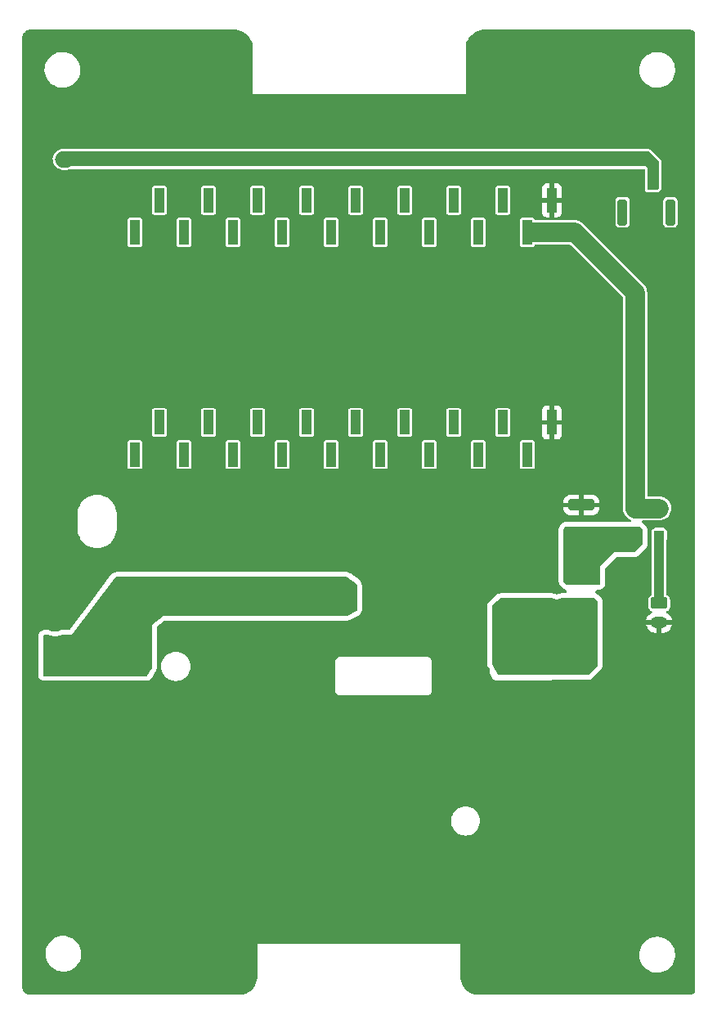
<source format=gbr>
%TF.GenerationSoftware,KiCad,Pcbnew,7.0.5-7.0.5~ubuntu22.04.1*%
%TF.CreationDate,2024-06-06T16:52:36+01:00*%
%TF.ProjectId,PBA0055-APRS-digirepeater-backplane-100x70,50424130-3035-4352-9d41-5052532d6469,rev?*%
%TF.SameCoordinates,Original*%
%TF.FileFunction,Copper,L1,Top*%
%TF.FilePolarity,Positive*%
%FSLAX46Y46*%
G04 Gerber Fmt 4.6, Leading zero omitted, Abs format (unit mm)*
G04 Created by KiCad (PCBNEW 7.0.5-7.0.5~ubuntu22.04.1) date 2024-06-06 16:52:36*
%MOMM*%
%LPD*%
G01*
G04 APERTURE LIST*
G04 Aperture macros list*
%AMRoundRect*
0 Rectangle with rounded corners*
0 $1 Rounding radius*
0 $2 $3 $4 $5 $6 $7 $8 $9 X,Y pos of 4 corners*
0 Add a 4 corners polygon primitive as box body*
4,1,4,$2,$3,$4,$5,$6,$7,$8,$9,$2,$3,0*
0 Add four circle primitives for the rounded corners*
1,1,$1+$1,$2,$3*
1,1,$1+$1,$4,$5*
1,1,$1+$1,$6,$7*
1,1,$1+$1,$8,$9*
0 Add four rect primitives between the rounded corners*
20,1,$1+$1,$2,$3,$4,$5,0*
20,1,$1+$1,$4,$5,$6,$7,0*
20,1,$1+$1,$6,$7,$8,$9,0*
20,1,$1+$1,$8,$9,$2,$3,0*%
G04 Aperture macros list end*
%TA.AperFunction,SMDPad,CuDef*%
%ADD10R,1.000000X2.510000*%
%TD*%
%TA.AperFunction,ComponentPad*%
%ADD11RoundRect,0.250000X-0.600000X-0.750000X0.600000X-0.750000X0.600000X0.750000X-0.600000X0.750000X0*%
%TD*%
%TA.AperFunction,ComponentPad*%
%ADD12O,1.700000X2.000000*%
%TD*%
%TA.AperFunction,SMDPad,CuDef*%
%ADD13RoundRect,0.250000X1.100000X-0.325000X1.100000X0.325000X-1.100000X0.325000X-1.100000X-0.325000X0*%
%TD*%
%TA.AperFunction,ComponentPad*%
%ADD14RoundRect,0.250000X0.750000X-0.600000X0.750000X0.600000X-0.750000X0.600000X-0.750000X-0.600000X0*%
%TD*%
%TA.AperFunction,ComponentPad*%
%ADD15O,2.000000X1.700000*%
%TD*%
%TA.AperFunction,ComponentPad*%
%ADD16RoundRect,0.250000X-0.625000X0.350000X-0.625000X-0.350000X0.625000X-0.350000X0.625000X0.350000X0*%
%TD*%
%TA.AperFunction,ComponentPad*%
%ADD17O,1.750000X1.200000*%
%TD*%
%TA.AperFunction,SMDPad,CuDef*%
%ADD18RoundRect,0.250000X-0.300000X0.300000X-0.300000X-0.300000X0.300000X-0.300000X0.300000X0.300000X0*%
%TD*%
%TA.AperFunction,SMDPad,CuDef*%
%ADD19RoundRect,0.150000X-0.150000X-0.700000X0.150000X-0.700000X0.150000X0.700000X-0.150000X0.700000X0*%
%TD*%
%TA.AperFunction,SMDPad,CuDef*%
%ADD20RoundRect,0.250000X-0.250000X-1.100000X0.250000X-1.100000X0.250000X1.100000X-0.250000X1.100000X0*%
%TD*%
%TA.AperFunction,SMDPad,CuDef*%
%ADD21R,5.000000X5.000000*%
%TD*%
%TA.AperFunction,ViaPad*%
%ADD22C,0.800000*%
%TD*%
%TA.AperFunction,Conductor*%
%ADD23C,2.000000*%
%TD*%
%TA.AperFunction,Conductor*%
%ADD24C,1.000000*%
%TD*%
G04 APERTURE END LIST*
D10*
%TO.P,U2,1B,1B*%
%TO.N,GND*%
X160180000Y-89750000D03*
%TO.P,U2,1T,1T*%
X160180000Y-66750000D03*
%TO.P,U2,2B,2B*%
%TO.N,unconnected-(U2-Pad2B)*%
X157640000Y-93060000D03*
%TO.P,U2,2T,2T*%
%TO.N,+5V*%
X157640000Y-70060000D03*
%TO.P,U2,3B,3B*%
%TO.N,unconnected-(U2-Pad3B)*%
X155100000Y-89750000D03*
%TO.P,U2,3T,3T*%
%TO.N,unconnected-(U2-Pad3T)*%
X155100000Y-66750000D03*
%TO.P,U2,4B,4B*%
%TO.N,unconnected-(U2-Pad4B)*%
X152560000Y-93060000D03*
%TO.P,U2,4T,4T*%
%TO.N,unconnected-(U2-Pad4T)*%
X152560000Y-70060000D03*
%TO.P,U2,5B,5B*%
%TO.N,unconnected-(U2-Pad5B)*%
X150020000Y-89750000D03*
%TO.P,U2,5T,5T*%
%TO.N,unconnected-(U2-Pad5T)*%
X150020000Y-66750000D03*
%TO.P,U2,6B,6B*%
%TO.N,unconnected-(U2-Pad6B)*%
X147480000Y-93060000D03*
%TO.P,U2,6T,6T*%
%TO.N,unconnected-(U2-Pad6T)*%
X147480000Y-70060000D03*
%TO.P,U2,7B,7B*%
%TO.N,unconnected-(U2-Pad7B)*%
X144940000Y-89750000D03*
%TO.P,U2,7T,7T*%
%TO.N,unconnected-(U2-Pad7T)*%
X144940000Y-66750000D03*
%TO.P,U2,8B,8B*%
%TO.N,unconnected-(U2-Pad8B)*%
X142400000Y-93060000D03*
%TO.P,U2,8T,8T*%
%TO.N,unconnected-(U2-Pad8T)*%
X142400000Y-70060000D03*
%TO.P,U2,9B,9B*%
%TO.N,unconnected-(U2-Pad9B)*%
X139860000Y-89750000D03*
%TO.P,U2,9T,9T*%
%TO.N,unconnected-(U2-Pad9T)*%
X139860000Y-66750000D03*
%TO.P,U2,10B,10B*%
%TO.N,unconnected-(U2-Pad10B)*%
X137320000Y-93060000D03*
%TO.P,U2,10T,10T*%
%TO.N,unconnected-(U2-Pad10T)*%
X137320000Y-70060000D03*
%TO.P,U2,11B,11B*%
%TO.N,unconnected-(U2-Pad11B)*%
X134780000Y-89750000D03*
%TO.P,U2,11T,11T*%
%TO.N,unconnected-(U2-Pad11T)*%
X134780000Y-66750000D03*
%TO.P,U2,12B,12B*%
%TO.N,unconnected-(U2-Pad12B)*%
X132240000Y-93060000D03*
%TO.P,U2,12T,12T*%
%TO.N,unconnected-(U2-Pad12T)*%
X132240000Y-70060000D03*
%TO.P,U2,13B,13B*%
%TO.N,unconnected-(U2-Pad13B)*%
X129700000Y-89750000D03*
%TO.P,U2,13T,13T*%
%TO.N,unconnected-(U2-Pad13T)*%
X129700000Y-66750000D03*
%TO.P,U2,14B,15B*%
%TO.N,unconnected-(U2-15B-Pad14B)*%
X127160000Y-93060000D03*
%TO.P,U2,14T,14T*%
%TO.N,unconnected-(U2-Pad14T)*%
X127160000Y-70060000D03*
%TO.P,U2,15B,15B*%
%TO.N,unconnected-(U2-Pad15B)*%
X124620000Y-89750000D03*
%TO.P,U2,15T,15T*%
%TO.N,unconnected-(U2-Pad15T)*%
X124620000Y-66750000D03*
%TO.P,U2,16B,16B*%
%TO.N,unconnected-(U2-Pad16B)*%
X122080000Y-93060000D03*
%TO.P,U2,16T,16T*%
%TO.N,unconnected-(U2-Pad16T)*%
X122080000Y-70060000D03*
%TO.P,U2,17B,17B*%
%TO.N,unconnected-(U2-Pad17B)*%
X119540000Y-89750000D03*
%TO.P,U2,17T,17T*%
%TO.N,unconnected-(U2-Pad17T)*%
X119540000Y-66750000D03*
%TO.P,U2,18B,18B*%
%TO.N,unconnected-(U2-Pad18B)*%
X117000000Y-93060000D03*
%TO.P,U2,18T,18T*%
%TO.N,unconnected-(U2-Pad18T)*%
X117000000Y-70060000D03*
%TD*%
D11*
%TO.P,J2,1,Pin_1*%
%TO.N,+12V*%
X139000000Y-108050000D03*
D12*
%TO.P,J2,2,Pin_2*%
%TO.N,GND*%
X141500000Y-108050000D03*
%TD*%
D13*
%TO.P,L1,1,1*%
%TO.N,Net-(L1-Pad1)*%
X163250000Y-108750000D03*
%TO.P,L1,2,2*%
%TO.N,Net-(D1-A)*%
X163250000Y-105800000D03*
%TD*%
D14*
%TO.P,J6,1,Pin_1*%
%TO.N,+12V*%
X108750000Y-113000000D03*
D15*
%TO.P,J6,2,Pin_2*%
%TO.N,GND*%
X108750000Y-110500000D03*
%TD*%
D16*
%TO.P,J1,1,Pin_1*%
%TO.N,Net-(D2-A)*%
X171300000Y-108450000D03*
D17*
%TO.P,J1,2,Pin_2*%
%TO.N,GND*%
X171300000Y-110450000D03*
%TD*%
D18*
%TO.P,D1,1,K*%
%TO.N,+5V*%
X168800000Y-98650000D03*
%TO.P,D1,2,A*%
%TO.N,Net-(D1-A)*%
X168800000Y-101450000D03*
%TD*%
D14*
%TO.P,J4,1,Pin_1*%
%TO.N,GND*%
X109750000Y-65000000D03*
D15*
%TO.P,J4,2,Pin_2*%
%TO.N,+3V8*%
X109750000Y-62500000D03*
%TD*%
D19*
%TO.P,J5,1,Pin_1*%
%TO.N,GND*%
X169350000Y-64800000D03*
%TO.P,J5,2,Pin_2*%
%TO.N,+3V8*%
X170600000Y-64800000D03*
D20*
%TO.P,J5,MP*%
%TO.N,N/C*%
X167500000Y-68000000D03*
X172450000Y-68000000D03*
%TD*%
D18*
%TO.P,D2,1,K*%
%TO.N,+5V*%
X171300000Y-98650000D03*
%TO.P,D2,2,A*%
%TO.N,Net-(D2-A)*%
X171300000Y-101450000D03*
%TD*%
D13*
%TO.P,C1,1*%
%TO.N,Net-(D1-A)*%
X163250000Y-101250000D03*
%TO.P,C1,2*%
%TO.N,GND*%
X163250000Y-98300000D03*
%TD*%
D21*
%TO.P,U1,IN+,IN+*%
%TO.N,+12V*%
X115250000Y-113000000D03*
%TO.P,U1,IN-,IN-*%
%TO.N,GND*%
X115250000Y-133000000D03*
%TO.P,U1,OUT+,OUT+*%
%TO.N,Net-(L1-Pad1)*%
X157250000Y-113000000D03*
%TO.P,U1,OUT-,OUT-*%
%TO.N,GND*%
X157250000Y-133000000D03*
%TD*%
D22*
%TO.N,GND*%
X174000000Y-72750000D03*
X140000000Y-123750000D03*
X107000000Y-72750000D03*
X125000000Y-84750000D03*
X156000000Y-84750000D03*
X125000000Y-144750000D03*
X107000000Y-84750000D03*
X157000000Y-123750000D03*
X107000000Y-58750000D03*
X174000000Y-102750000D03*
X125000000Y-72750000D03*
X156000000Y-72750000D03*
X174000000Y-123750000D03*
X107000000Y-102750000D03*
X165500000Y-107350000D03*
X173000000Y-84750000D03*
X140000000Y-84750000D03*
X125000000Y-123750000D03*
X140000000Y-72750000D03*
X107000000Y-123750000D03*
X174000000Y-58750000D03*
X160700000Y-107150000D03*
X174000000Y-138750000D03*
X107000000Y-138750000D03*
%TD*%
D23*
%TO.N,+12V*%
X115750000Y-114500000D02*
X116250000Y-114000000D01*
%TO.N,+5V*%
X162560000Y-70060000D02*
X158310000Y-70060000D01*
X168800000Y-98650000D02*
X168800000Y-76300000D01*
X158310000Y-70060000D02*
X158300000Y-70050000D01*
X171300000Y-98650000D02*
X168800000Y-98650000D01*
X168800000Y-76300000D02*
X162560000Y-70060000D01*
D24*
%TO.N,Net-(D2-A)*%
X171300000Y-108450000D02*
X171300000Y-101450000D01*
%TO.N,Net-(L1-Pad1)*%
X157250000Y-113000000D02*
X156250000Y-114000000D01*
%TD*%
%TA.AperFunction,Conductor*%
%TO.N,Net-(D1-A)*%
G36*
X169315677Y-100569685D02*
G01*
X169336319Y-100586319D01*
X169563681Y-100813681D01*
X169597166Y-100875004D01*
X169600000Y-100901362D01*
X169600000Y-102298637D01*
X169580315Y-102365676D01*
X169563681Y-102386318D01*
X168836319Y-103113681D01*
X168774996Y-103147166D01*
X168748638Y-103150000D01*
X166699999Y-103150000D01*
X165200000Y-104649999D01*
X165200000Y-106398636D01*
X165180315Y-106465675D01*
X165163680Y-106486319D01*
X165129998Y-106520000D01*
X165092757Y-106545595D01*
X165047271Y-106565848D01*
X165032861Y-106576318D01*
X164967054Y-106599798D01*
X164959975Y-106600000D01*
X161801362Y-106600000D01*
X161734323Y-106580315D01*
X161713681Y-106563681D01*
X161436319Y-106286319D01*
X161402834Y-106224996D01*
X161400000Y-106198638D01*
X161400000Y-100801362D01*
X161419685Y-100734323D01*
X161436319Y-100713681D01*
X161563681Y-100586319D01*
X161625004Y-100552834D01*
X161651362Y-100550000D01*
X169248638Y-100550000D01*
X169315677Y-100569685D01*
G37*
%TD.AperFunction*%
%TD*%
%TA.AperFunction,Conductor*%
%TO.N,Net-(L1-Pad1)*%
G36*
X160306946Y-107960721D02*
G01*
X160420192Y-108011142D01*
X160420197Y-108011144D01*
X160605354Y-108050500D01*
X160605355Y-108050500D01*
X160794644Y-108050500D01*
X160794646Y-108050500D01*
X160979803Y-108011144D01*
X161042022Y-107983442D01*
X161093054Y-107960721D01*
X161143490Y-107950000D01*
X164598638Y-107950000D01*
X164665677Y-107969685D01*
X164686319Y-107986319D01*
X164913681Y-108213681D01*
X164947166Y-108275004D01*
X164950000Y-108301362D01*
X164950000Y-114848637D01*
X164930315Y-114915676D01*
X164913681Y-114936318D01*
X163986319Y-115863681D01*
X163924996Y-115897166D01*
X163898638Y-115900000D01*
X154723262Y-115900000D01*
X154656223Y-115880315D01*
X154615350Y-115837081D01*
X154016088Y-114778362D01*
X154000000Y-114717281D01*
X154000000Y-108802851D01*
X154019685Y-108735812D01*
X154038126Y-108713399D01*
X154500000Y-108270000D01*
X154734663Y-108050500D01*
X154806354Y-107983442D01*
X154868760Y-107952022D01*
X154891060Y-107950000D01*
X160256510Y-107950000D01*
X160306946Y-107960721D01*
G37*
%TD.AperFunction*%
%TD*%
%TA.AperFunction,Conductor*%
%TO.N,+12V*%
G36*
X139025706Y-105769685D02*
G01*
X139033067Y-105774800D01*
X139950400Y-106462800D01*
X139992221Y-106518771D01*
X140000000Y-106562000D01*
X140000000Y-109173364D01*
X139980315Y-109240403D01*
X139931454Y-109284273D01*
X139026182Y-109736909D01*
X138970728Y-109750000D01*
X119937500Y-109750000D01*
X118750000Y-110700000D01*
X118750000Y-115212456D01*
X118730315Y-115279495D01*
X118729174Y-115281239D01*
X118286811Y-115944783D01*
X118233246Y-115989644D01*
X118183637Y-116000000D01*
X107624000Y-116000000D01*
X107556961Y-115980315D01*
X107511206Y-115927511D01*
X107500000Y-115876000D01*
X107500000Y-111874000D01*
X107519685Y-111806961D01*
X107572489Y-111761206D01*
X107624000Y-111750000D01*
X108057587Y-111750000D01*
X108109991Y-111761617D01*
X108136337Y-111773903D01*
X108364592Y-111835063D01*
X108541032Y-111850499D01*
X108541033Y-111850500D01*
X108541034Y-111850500D01*
X108958967Y-111850500D01*
X108958967Y-111850499D01*
X109135408Y-111835063D01*
X109363663Y-111773903D01*
X109390008Y-111761617D01*
X109442413Y-111750000D01*
X110474241Y-111750000D01*
X114962792Y-105799328D01*
X115018878Y-105757661D01*
X115061788Y-105750000D01*
X138958667Y-105750000D01*
X139025706Y-105769685D01*
G37*
%TD.AperFunction*%
%TD*%
%TA.AperFunction,Conductor*%
%TO.N,+3V8*%
G36*
X170265677Y-61719685D02*
G01*
X170286319Y-61736319D01*
X171263682Y-62713682D01*
X171297166Y-62775003D01*
X171300000Y-62801361D01*
X171300000Y-65464775D01*
X171280315Y-65531814D01*
X171258952Y-65556943D01*
X171135369Y-65668168D01*
X171072370Y-65698384D01*
X171052417Y-65700000D01*
X170224000Y-65700000D01*
X170156961Y-65680315D01*
X170111206Y-65627511D01*
X170100000Y-65576000D01*
X170100000Y-63400000D01*
X169950000Y-63250000D01*
X109524000Y-63250000D01*
X109456961Y-63230315D01*
X109411206Y-63177511D01*
X109400000Y-63126000D01*
X109400000Y-61824000D01*
X109419685Y-61756961D01*
X109472489Y-61711206D01*
X109524000Y-61700000D01*
X170198638Y-61700000D01*
X170265677Y-61719685D01*
G37*
%TD.AperFunction*%
%TD*%
%TA.AperFunction,Conductor*%
%TO.N,GND*%
G36*
X127252018Y-49053526D02*
G01*
X127445616Y-49066214D01*
X127505630Y-49070147D01*
X127513667Y-49071205D01*
X127760943Y-49120392D01*
X127768757Y-49122486D01*
X128007509Y-49203531D01*
X128014983Y-49206626D01*
X128189238Y-49292559D01*
X128241105Y-49318137D01*
X128248127Y-49322191D01*
X128457752Y-49462257D01*
X128464186Y-49467193D01*
X128631822Y-49614207D01*
X128653732Y-49633421D01*
X128659472Y-49639162D01*
X128825697Y-49828703D01*
X128830638Y-49835141D01*
X128847644Y-49860592D01*
X128970700Y-50044759D01*
X128974760Y-50051790D01*
X129086263Y-50277896D01*
X129089370Y-50285396D01*
X129170407Y-50524120D01*
X129172508Y-50531962D01*
X129221692Y-50779223D01*
X129222752Y-50787272D01*
X129239367Y-51040751D01*
X129239500Y-51044808D01*
X129239500Y-51997912D01*
X129239499Y-55723254D01*
X129238633Y-55727612D01*
X129238634Y-55749999D01*
X129239141Y-55751222D01*
X129239500Y-55752088D01*
X129241964Y-55758036D01*
X129250000Y-55761365D01*
X129272409Y-55761365D01*
X129276757Y-55760500D01*
X140247912Y-55760500D01*
X151223243Y-55760500D01*
X151227591Y-55761365D01*
X151250000Y-55761365D01*
X151258036Y-55758036D01*
X151260500Y-55752088D01*
X151261365Y-55750000D01*
X151261364Y-55749999D01*
X151261366Y-55727613D01*
X151260500Y-55723254D01*
X151260500Y-53317763D01*
X169245787Y-53317763D01*
X169275413Y-53587013D01*
X169275415Y-53587024D01*
X169343926Y-53849082D01*
X169343928Y-53849088D01*
X169449870Y-54098390D01*
X169521998Y-54216575D01*
X169590979Y-54329605D01*
X169590986Y-54329615D01*
X169764253Y-54537819D01*
X169764259Y-54537824D01*
X169965998Y-54718582D01*
X170191910Y-54868044D01*
X170437176Y-54983020D01*
X170437183Y-54983022D01*
X170437185Y-54983023D01*
X170696557Y-55061057D01*
X170696564Y-55061058D01*
X170696569Y-55061060D01*
X170964561Y-55100500D01*
X170964566Y-55100500D01*
X171167629Y-55100500D01*
X171167631Y-55100500D01*
X171167636Y-55100499D01*
X171167648Y-55100499D01*
X171205191Y-55097750D01*
X171370156Y-55085677D01*
X171482758Y-55060593D01*
X171634546Y-55026782D01*
X171634548Y-55026781D01*
X171634553Y-55026780D01*
X171887558Y-54930014D01*
X172123777Y-54797441D01*
X172338177Y-54631888D01*
X172526186Y-54436881D01*
X172683799Y-54216579D01*
X172757787Y-54072669D01*
X172807649Y-53975690D01*
X172807651Y-53975684D01*
X172807656Y-53975675D01*
X172895118Y-53719305D01*
X172944319Y-53452933D01*
X172954212Y-53182235D01*
X172924586Y-52912982D01*
X172856072Y-52650912D01*
X172750130Y-52401610D01*
X172609018Y-52170390D01*
X172519747Y-52063119D01*
X172435746Y-51962180D01*
X172435740Y-51962175D01*
X172234002Y-51781418D01*
X172008092Y-51631957D01*
X172008090Y-51631956D01*
X171762824Y-51516980D01*
X171762819Y-51516978D01*
X171762814Y-51516976D01*
X171503442Y-51438942D01*
X171503428Y-51438939D01*
X171387791Y-51421921D01*
X171235439Y-51399500D01*
X171032369Y-51399500D01*
X171032351Y-51399500D01*
X170829844Y-51414323D01*
X170829831Y-51414325D01*
X170565453Y-51473217D01*
X170565446Y-51473220D01*
X170312439Y-51569987D01*
X170076226Y-51702557D01*
X169861822Y-51868112D01*
X169673822Y-52063109D01*
X169673816Y-52063116D01*
X169516202Y-52283419D01*
X169516199Y-52283424D01*
X169392350Y-52524309D01*
X169392343Y-52524327D01*
X169304884Y-52780685D01*
X169304881Y-52780699D01*
X169255681Y-53047068D01*
X169255680Y-53047075D01*
X169245787Y-53317763D01*
X151260500Y-53317763D01*
X151260500Y-51044915D01*
X151260633Y-51040859D01*
X151269137Y-50911118D01*
X151277255Y-50787260D01*
X151278314Y-50779224D01*
X151327498Y-50531964D01*
X151329596Y-50524130D01*
X151410638Y-50285392D01*
X151413743Y-50277898D01*
X151418668Y-50267912D01*
X151525251Y-50051782D01*
X151529305Y-50044763D01*
X151529308Y-50044759D01*
X151669374Y-49835135D01*
X151674303Y-49828713D01*
X151840537Y-49639162D01*
X151846262Y-49633435D01*
X152035827Y-49467191D01*
X152042240Y-49462270D01*
X152251878Y-49322195D01*
X152258894Y-49318144D01*
X152485024Y-49206630D01*
X152492483Y-49203540D01*
X152731244Y-49122492D01*
X152739058Y-49120398D01*
X152986337Y-49071211D01*
X152994366Y-49070154D01*
X153102079Y-49063095D01*
X153248085Y-49053526D01*
X153252141Y-49053393D01*
X153253412Y-49053393D01*
X174289482Y-49053393D01*
X174290186Y-49053393D01*
X174295589Y-49053628D01*
X174453916Y-49067479D01*
X174475190Y-49071230D01*
X174620844Y-49110256D01*
X174641152Y-49117648D01*
X174736932Y-49162309D01*
X174777820Y-49181375D01*
X174796531Y-49192178D01*
X174910812Y-49272197D01*
X174920049Y-49278665D01*
X174936607Y-49292559D01*
X174963680Y-49319632D01*
X174997165Y-49380955D01*
X174999999Y-49407313D01*
X175000000Y-148678467D01*
X174980315Y-148745506D01*
X174963684Y-148766144D01*
X174936605Y-148793223D01*
X174936606Y-148793223D01*
X174920049Y-148807115D01*
X174796528Y-148893605D01*
X174777810Y-148904412D01*
X174641156Y-148968135D01*
X174620844Y-148975528D01*
X174545281Y-148995775D01*
X174513188Y-149000000D01*
X152339518Y-149000000D01*
X152315326Y-148997617D01*
X152189067Y-148972502D01*
X152181233Y-148970403D01*
X151942494Y-148889362D01*
X151935010Y-148886262D01*
X151708897Y-148774756D01*
X151701867Y-148770697D01*
X151492251Y-148630636D01*
X151485816Y-148625698D01*
X151296267Y-148459469D01*
X151290528Y-148453730D01*
X151227029Y-148381323D01*
X151124299Y-148264181D01*
X151119367Y-148257753D01*
X150979302Y-148048132D01*
X150975245Y-148041107D01*
X150863733Y-147814982D01*
X150860639Y-147807512D01*
X150779593Y-147568756D01*
X150777499Y-147560942D01*
X150728312Y-147313667D01*
X150727254Y-147305627D01*
X150726788Y-147298523D01*
X150718671Y-147174668D01*
X150710633Y-147052018D01*
X150710500Y-147047962D01*
X150710500Y-144917763D01*
X169245787Y-144917763D01*
X169275413Y-145187013D01*
X169275415Y-145187024D01*
X169343926Y-145449082D01*
X169343928Y-145449088D01*
X169449870Y-145698390D01*
X169521998Y-145816575D01*
X169590979Y-145929605D01*
X169590986Y-145929615D01*
X169764253Y-146137819D01*
X169764259Y-146137824D01*
X169965998Y-146318582D01*
X170191910Y-146468044D01*
X170437176Y-146583020D01*
X170437183Y-146583022D01*
X170437185Y-146583023D01*
X170696557Y-146661057D01*
X170696564Y-146661058D01*
X170696569Y-146661060D01*
X170964561Y-146700500D01*
X170964566Y-146700500D01*
X171167629Y-146700500D01*
X171167631Y-146700500D01*
X171167636Y-146700499D01*
X171167648Y-146700499D01*
X171205191Y-146697750D01*
X171370156Y-146685677D01*
X171482758Y-146660593D01*
X171634546Y-146626782D01*
X171634548Y-146626781D01*
X171634553Y-146626780D01*
X171887558Y-146530014D01*
X172123777Y-146397441D01*
X172338177Y-146231888D01*
X172526186Y-146036881D01*
X172683799Y-145816579D01*
X172757787Y-145672669D01*
X172807649Y-145575690D01*
X172807651Y-145575684D01*
X172807656Y-145575675D01*
X172895118Y-145319305D01*
X172944319Y-145052933D01*
X172954212Y-144782235D01*
X172924586Y-144512982D01*
X172856072Y-144250912D01*
X172750130Y-144001610D01*
X172609018Y-143770390D01*
X172583311Y-143739500D01*
X172435746Y-143562180D01*
X172435740Y-143562175D01*
X172234002Y-143381418D01*
X172008092Y-143231957D01*
X172008090Y-143231956D01*
X171762824Y-143116980D01*
X171762819Y-143116978D01*
X171762814Y-143116976D01*
X171503442Y-143038942D01*
X171503428Y-143038939D01*
X171387791Y-143021921D01*
X171235439Y-142999500D01*
X171032369Y-142999500D01*
X171032351Y-142999500D01*
X170829844Y-143014323D01*
X170829831Y-143014325D01*
X170565453Y-143073217D01*
X170565446Y-143073220D01*
X170312439Y-143169987D01*
X170076226Y-143302557D01*
X169861822Y-143468112D01*
X169673822Y-143663109D01*
X169673816Y-143663116D01*
X169516202Y-143883419D01*
X169516199Y-143883424D01*
X169392350Y-144124309D01*
X169392343Y-144124327D01*
X169304884Y-144380685D01*
X169304881Y-144380699D01*
X169255681Y-144647068D01*
X169255680Y-144647075D01*
X169245787Y-144917763D01*
X150710500Y-144917763D01*
X150710500Y-143776756D01*
X150711365Y-143772409D01*
X150711365Y-143750000D01*
X150708036Y-143741964D01*
X150702088Y-143739500D01*
X150702085Y-143739498D01*
X150702084Y-143739498D01*
X150700001Y-143738635D01*
X150677592Y-143738635D01*
X150673244Y-143739500D01*
X129726756Y-143739500D01*
X129722408Y-143738635D01*
X129699999Y-143738635D01*
X129697912Y-143739499D01*
X129697912Y-143739500D01*
X129694938Y-143740732D01*
X129691963Y-143741964D01*
X129688635Y-143750000D01*
X129688635Y-143772409D01*
X129689500Y-143776756D01*
X129689500Y-147040855D01*
X129689367Y-147044911D01*
X129672745Y-147298523D01*
X129671685Y-147306572D01*
X129644535Y-147443071D01*
X129622505Y-147553825D01*
X129620403Y-147561667D01*
X129539368Y-147800392D01*
X129536263Y-147807887D01*
X129480510Y-147920945D01*
X129424759Y-148033997D01*
X129420700Y-148041028D01*
X129280641Y-148250642D01*
X129275699Y-148257083D01*
X129109473Y-148446627D01*
X129103732Y-148452367D01*
X128914191Y-148618592D01*
X128907750Y-148623535D01*
X128698133Y-148763596D01*
X128691103Y-148767655D01*
X128464995Y-148879159D01*
X128457495Y-148882266D01*
X128218775Y-148963301D01*
X128210933Y-148965402D01*
X128048978Y-148997617D01*
X128024787Y-149000000D01*
X106072613Y-149000000D01*
X106040519Y-148995775D01*
X105964943Y-148975524D01*
X105944633Y-148968131D01*
X105807978Y-148904407D01*
X105789259Y-148893599D01*
X105783215Y-148889367D01*
X105665750Y-148807115D01*
X105649193Y-148793223D01*
X105542568Y-148686597D01*
X105528675Y-148670039D01*
X105494530Y-148621275D01*
X105442193Y-148546529D01*
X105431386Y-148527811D01*
X105399519Y-148459471D01*
X105367660Y-148391146D01*
X105360269Y-148370838D01*
X105342743Y-148305429D01*
X105321244Y-148225191D01*
X105317492Y-148203907D01*
X105314471Y-148169371D01*
X105303627Y-148045408D01*
X105303393Y-148040046D01*
X105303393Y-148039482D01*
X105303393Y-144817763D01*
X107745787Y-144817763D01*
X107775413Y-145087013D01*
X107775415Y-145087024D01*
X107836144Y-145319314D01*
X107843928Y-145349088D01*
X107949870Y-145598390D01*
X108021998Y-145716575D01*
X108090979Y-145829605D01*
X108090986Y-145829615D01*
X108264253Y-146037819D01*
X108264259Y-146037824D01*
X108465998Y-146218582D01*
X108691910Y-146368044D01*
X108937176Y-146483020D01*
X108937183Y-146483022D01*
X108937185Y-146483023D01*
X109196557Y-146561057D01*
X109196564Y-146561058D01*
X109196569Y-146561060D01*
X109464561Y-146600500D01*
X109464566Y-146600500D01*
X109667629Y-146600500D01*
X109667631Y-146600500D01*
X109667636Y-146600499D01*
X109667648Y-146600499D01*
X109705191Y-146597750D01*
X109870156Y-146585677D01*
X109982758Y-146560593D01*
X110134546Y-146526782D01*
X110134548Y-146526781D01*
X110134553Y-146526780D01*
X110387558Y-146430014D01*
X110623777Y-146297441D01*
X110838177Y-146131888D01*
X111026186Y-145936881D01*
X111183799Y-145716579D01*
X111257787Y-145572669D01*
X111307649Y-145475690D01*
X111307651Y-145475684D01*
X111307656Y-145475675D01*
X111395118Y-145219305D01*
X111444319Y-144952933D01*
X111454212Y-144682235D01*
X111424586Y-144412982D01*
X111356072Y-144150912D01*
X111250130Y-143901610D01*
X111109018Y-143670390D01*
X111019747Y-143563119D01*
X110935746Y-143462180D01*
X110935740Y-143462175D01*
X110734002Y-143281418D01*
X110508092Y-143131957D01*
X110476143Y-143116980D01*
X110262824Y-143016980D01*
X110262819Y-143016978D01*
X110262814Y-143016976D01*
X110003442Y-142938942D01*
X110003428Y-142938939D01*
X109887791Y-142921921D01*
X109735439Y-142899500D01*
X109532369Y-142899500D01*
X109532351Y-142899500D01*
X109329844Y-142914323D01*
X109329831Y-142914325D01*
X109065453Y-142973217D01*
X109065446Y-142973220D01*
X108812439Y-143069987D01*
X108576226Y-143202557D01*
X108361822Y-143368112D01*
X108173822Y-143563109D01*
X108173816Y-143563116D01*
X108016202Y-143783419D01*
X108016199Y-143783424D01*
X107892350Y-144024309D01*
X107892343Y-144024327D01*
X107804884Y-144280685D01*
X107804881Y-144280699D01*
X107755681Y-144547068D01*
X107755680Y-144547075D01*
X107745787Y-144817763D01*
X105303393Y-144817763D01*
X105303393Y-131000000D01*
X149734829Y-131000000D01*
X149753482Y-131237020D01*
X149753482Y-131237023D01*
X149753483Y-131237025D01*
X149808987Y-131468214D01*
X149808988Y-131468216D01*
X149899972Y-131687873D01*
X150024199Y-131890592D01*
X150024202Y-131890597D01*
X150094195Y-131972548D01*
X150178612Y-132071388D01*
X150294337Y-132170226D01*
X150359402Y-132225797D01*
X150359407Y-132225800D01*
X150562126Y-132350027D01*
X150639786Y-132382194D01*
X150781786Y-132441013D01*
X151012975Y-132496517D01*
X151250000Y-132515171D01*
X151487025Y-132496517D01*
X151718214Y-132441013D01*
X151937873Y-132350027D01*
X152140595Y-132225799D01*
X152321388Y-132071388D01*
X152475799Y-131890595D01*
X152600027Y-131687873D01*
X152691013Y-131468214D01*
X152746517Y-131237025D01*
X152765171Y-131000000D01*
X152746517Y-130762975D01*
X152691013Y-130531786D01*
X152600027Y-130312127D01*
X152600027Y-130312126D01*
X152475800Y-130109407D01*
X152475797Y-130109402D01*
X152420226Y-130044337D01*
X152321388Y-129928612D01*
X152222548Y-129844195D01*
X152140597Y-129774202D01*
X152140592Y-129774199D01*
X151937873Y-129649972D01*
X151718216Y-129558988D01*
X151718214Y-129558987D01*
X151487025Y-129503483D01*
X151487023Y-129503482D01*
X151487020Y-129503482D01*
X151277222Y-129486971D01*
X151250000Y-129484829D01*
X151249999Y-129484829D01*
X151012979Y-129503482D01*
X151012974Y-129503483D01*
X151012975Y-129503483D01*
X150781786Y-129558987D01*
X150781784Y-129558987D01*
X150781783Y-129558988D01*
X150562126Y-129649972D01*
X150359407Y-129774199D01*
X150359402Y-129774202D01*
X150178612Y-129928612D01*
X150024202Y-130109402D01*
X150024199Y-130109407D01*
X149899972Y-130312126D01*
X149808988Y-130531783D01*
X149753482Y-130762979D01*
X149734829Y-131000000D01*
X105303393Y-131000000D01*
X105303393Y-117557521D01*
X137739500Y-117557521D01*
X137765100Y-117669678D01*
X137815009Y-117773316D01*
X137815012Y-117773321D01*
X137886738Y-117863262D01*
X137976679Y-117934988D01*
X137976682Y-117934989D01*
X137976683Y-117934990D01*
X138080321Y-117984899D01*
X138080323Y-117984899D01*
X138080326Y-117984901D01*
X138192480Y-118010500D01*
X147307520Y-118010500D01*
X147419674Y-117984901D01*
X147523321Y-117934988D01*
X147613262Y-117863262D01*
X147684988Y-117773321D01*
X147734901Y-117669674D01*
X147760500Y-117557520D01*
X147760500Y-117500000D01*
X147760500Y-117496588D01*
X147760500Y-114717286D01*
X153494500Y-114717286D01*
X153511170Y-114846029D01*
X153527259Y-114907111D01*
X153527265Y-114907129D01*
X153576168Y-115027361D01*
X153576170Y-115027365D01*
X153733412Y-115305165D01*
X153749500Y-115366245D01*
X153749500Y-115558027D01*
X153749501Y-115558035D01*
X153760113Y-115677415D01*
X153816089Y-115873045D01*
X153816090Y-115873048D01*
X153816091Y-115873049D01*
X153910302Y-116053407D01*
X153910304Y-116053409D01*
X154038890Y-116211109D01*
X154097064Y-116258543D01*
X154196593Y-116339698D01*
X154376951Y-116433909D01*
X154572582Y-116489886D01*
X154691963Y-116500500D01*
X159808036Y-116500499D01*
X159927418Y-116489886D01*
X160123049Y-116433909D01*
X160132577Y-116428931D01*
X160150461Y-116419591D01*
X160207871Y-116405500D01*
X163912178Y-116405500D01*
X163913626Y-116405422D01*
X163939216Y-116404051D01*
X163948405Y-116403062D01*
X163979038Y-116399769D01*
X163996839Y-116396884D01*
X164032448Y-116391114D01*
X164167257Y-116340832D01*
X164228580Y-116307347D01*
X164343762Y-116221123D01*
X165280697Y-115284187D01*
X165298792Y-115264042D01*
X165298797Y-115264034D01*
X165298803Y-115264029D01*
X165323917Y-115232863D01*
X165323922Y-115232857D01*
X165355567Y-115188973D01*
X165415338Y-115058096D01*
X165435023Y-114991057D01*
X165435024Y-114991053D01*
X165455500Y-114848637D01*
X165455500Y-110200000D01*
X169949632Y-110200000D01*
X171020440Y-110200000D01*
X170981722Y-110242059D01*
X170931449Y-110356670D01*
X170921114Y-110481395D01*
X170951837Y-110602719D01*
X171015394Y-110700000D01*
X169953742Y-110700000D01*
X169980770Y-110811409D01*
X170068040Y-111002507D01*
X170189889Y-111173619D01*
X170189895Y-111173625D01*
X170341932Y-111318592D01*
X170518657Y-111432166D01*
X170713685Y-111510244D01*
X170919962Y-111550000D01*
X171050000Y-111550000D01*
X171050000Y-110730617D01*
X171119052Y-110784363D01*
X171237424Y-110825000D01*
X171331073Y-110825000D01*
X171423446Y-110809586D01*
X171533514Y-110750019D01*
X171550000Y-110732110D01*
X171550000Y-111550000D01*
X171627398Y-111550000D01*
X171784122Y-111535034D01*
X171784126Y-111535033D01*
X171985686Y-111475850D01*
X172172414Y-111379586D01*
X172337537Y-111249731D01*
X172337540Y-111249728D01*
X172475105Y-111090969D01*
X172475114Y-111090958D01*
X172580144Y-110909039D01*
X172580147Y-110909032D01*
X172648855Y-110710517D01*
X172648855Y-110710515D01*
X172650368Y-110700000D01*
X171579560Y-110700000D01*
X171618278Y-110657941D01*
X171668551Y-110543330D01*
X171678886Y-110418605D01*
X171648163Y-110297281D01*
X171584606Y-110200000D01*
X172646257Y-110200000D01*
X172619229Y-110088590D01*
X172531959Y-109897492D01*
X172410110Y-109726380D01*
X172410104Y-109726374D01*
X172258067Y-109581407D01*
X172100729Y-109480293D01*
X172054974Y-109427489D01*
X172045030Y-109358330D01*
X172074055Y-109294775D01*
X172124436Y-109259795D01*
X172167326Y-109243798D01*
X172167326Y-109243797D01*
X172167331Y-109243796D01*
X172282546Y-109157546D01*
X172368796Y-109042331D01*
X172419091Y-108907483D01*
X172425500Y-108847873D01*
X172425499Y-108052128D01*
X172419091Y-107992517D01*
X172411222Y-107971420D01*
X172368797Y-107857671D01*
X172368793Y-107857664D01*
X172282547Y-107742455D01*
X172282544Y-107742452D01*
X172167334Y-107656205D01*
X172131164Y-107642714D01*
X172075231Y-107600841D01*
X172050816Y-107535376D01*
X172050500Y-107526533D01*
X172050500Y-101996728D01*
X172058318Y-101953394D01*
X172094091Y-101857483D01*
X172100500Y-101797873D01*
X172100499Y-101102128D01*
X172094091Y-101042517D01*
X172043796Y-100907669D01*
X172043795Y-100907668D01*
X172043793Y-100907664D01*
X171957547Y-100792455D01*
X171957544Y-100792452D01*
X171842335Y-100706206D01*
X171842328Y-100706202D01*
X171707486Y-100655910D01*
X171707485Y-100655909D01*
X171707483Y-100655909D01*
X171647873Y-100649500D01*
X171647863Y-100649500D01*
X170952129Y-100649500D01*
X170952123Y-100649501D01*
X170892516Y-100655908D01*
X170757671Y-100706202D01*
X170757664Y-100706206D01*
X170642455Y-100792452D01*
X170642452Y-100792455D01*
X170556206Y-100907664D01*
X170556202Y-100907671D01*
X170513970Y-101020904D01*
X170505909Y-101042517D01*
X170499500Y-101102127D01*
X170499500Y-101102134D01*
X170499500Y-101102135D01*
X170499500Y-101797870D01*
X170499501Y-101797876D01*
X170505909Y-101857484D01*
X170541681Y-101953396D01*
X170549499Y-101996728D01*
X170549499Y-107526533D01*
X170529814Y-107593572D01*
X170477010Y-107639327D01*
X170468835Y-107642714D01*
X170432669Y-107656203D01*
X170432663Y-107656207D01*
X170317455Y-107742452D01*
X170317452Y-107742455D01*
X170231206Y-107857664D01*
X170231202Y-107857671D01*
X170180908Y-107992517D01*
X170174501Y-108052116D01*
X170174501Y-108052123D01*
X170174500Y-108052135D01*
X170174500Y-108847870D01*
X170174501Y-108847876D01*
X170180908Y-108907483D01*
X170231202Y-109042328D01*
X170231206Y-109042335D01*
X170317452Y-109157544D01*
X170317455Y-109157547D01*
X170432664Y-109243793D01*
X170432671Y-109243797D01*
X170478414Y-109260858D01*
X170534348Y-109302729D01*
X170558765Y-109368193D01*
X170543914Y-109436466D01*
X170494509Y-109485872D01*
X170491902Y-109487255D01*
X170427587Y-109520411D01*
X170262462Y-109650268D01*
X170262459Y-109650271D01*
X170124894Y-109809030D01*
X170124885Y-109809041D01*
X170019855Y-109990960D01*
X170019852Y-109990967D01*
X169951144Y-110189482D01*
X169951144Y-110189484D01*
X169949632Y-110200000D01*
X165455500Y-110200000D01*
X165455500Y-108287823D01*
X165454051Y-108260784D01*
X165449769Y-108220964D01*
X165441114Y-108167552D01*
X165390832Y-108032743D01*
X165357347Y-107971420D01*
X165271123Y-107856239D01*
X165271117Y-107856233D01*
X165271113Y-107856228D01*
X165034201Y-107619316D01*
X165034200Y-107619315D01*
X165034188Y-107619303D01*
X165014043Y-107601208D01*
X165014030Y-107601196D01*
X164982864Y-107576082D01*
X164938974Y-107544433D01*
X164808097Y-107484662D01*
X164789061Y-107479072D01*
X164730285Y-107441296D01*
X164701262Y-107377739D01*
X164700000Y-107360096D01*
X164700000Y-107229500D01*
X164719685Y-107162461D01*
X164772489Y-107116706D01*
X164824000Y-107105500D01*
X164963610Y-107105500D01*
X164969425Y-107105416D01*
X164970790Y-107105397D01*
X164981473Y-107105092D01*
X164995913Y-107104474D01*
X164995918Y-107104473D01*
X165136920Y-107075902D01*
X165136921Y-107075901D01*
X165136928Y-107075900D01*
X165202735Y-107052420D01*
X165202745Y-107052416D01*
X165230657Y-107037687D01*
X165234343Y-107035897D01*
X165252887Y-107027639D01*
X165252888Y-107027640D01*
X165298374Y-107007387D01*
X165379075Y-106962191D01*
X165416316Y-106936596D01*
X165487435Y-106877448D01*
X165530694Y-106834190D01*
X165548795Y-106814039D01*
X165573927Y-106782849D01*
X165605567Y-106738972D01*
X165665338Y-106608095D01*
X165685023Y-106541056D01*
X165685024Y-106541052D01*
X165705500Y-106398636D01*
X165705500Y-104910745D01*
X165725185Y-104843706D01*
X165741819Y-104823064D01*
X166873064Y-103691819D01*
X166934387Y-103658334D01*
X166960745Y-103655500D01*
X168762178Y-103655500D01*
X168763627Y-103655422D01*
X168789216Y-103654051D01*
X168798405Y-103653062D01*
X168829038Y-103649769D01*
X168846840Y-103646884D01*
X168882448Y-103641114D01*
X169017257Y-103590832D01*
X169078580Y-103557347D01*
X169193762Y-103471123D01*
X169930697Y-102734187D01*
X169948792Y-102714042D01*
X169948797Y-102714034D01*
X169948803Y-102714029D01*
X169973917Y-102682863D01*
X169973922Y-102682857D01*
X170005567Y-102638973D01*
X170065338Y-102508096D01*
X170085023Y-102441057D01*
X170085024Y-102441053D01*
X170105500Y-102298637D01*
X170105500Y-100887823D01*
X170104051Y-100860784D01*
X170099769Y-100820964D01*
X170091114Y-100767552D01*
X170040832Y-100632743D01*
X170007347Y-100571420D01*
X169921123Y-100456239D01*
X169921117Y-100456233D01*
X169921113Y-100456228D01*
X169684201Y-100219316D01*
X169684200Y-100219315D01*
X169684188Y-100219303D01*
X169664043Y-100201208D01*
X169664030Y-100201196D01*
X169632864Y-100176082D01*
X169588974Y-100144433D01*
X169588972Y-100144432D01*
X169573342Y-100137294D01*
X169520538Y-100091539D01*
X169500854Y-100024499D01*
X169520539Y-99957460D01*
X169573343Y-99911705D01*
X169624854Y-99900500D01*
X171356148Y-99900500D01*
X171356155Y-99900500D01*
X171524188Y-99885377D01*
X171560371Y-99875391D01*
X171741160Y-99825496D01*
X171741162Y-99825495D01*
X171741170Y-99825493D01*
X171943973Y-99727829D01*
X172126078Y-99595522D01*
X172281632Y-99432825D01*
X172405635Y-99244968D01*
X172494103Y-99037988D01*
X172544191Y-98818537D01*
X172554290Y-98593670D01*
X172524075Y-98370613D01*
X172454517Y-98156536D01*
X172347852Y-97958319D01*
X172207508Y-97782334D01*
X172037996Y-97634235D01*
X171844764Y-97518785D01*
X171739394Y-97479239D01*
X171634023Y-97439692D01*
X171412550Y-97399500D01*
X171412547Y-97399500D01*
X170174500Y-97399500D01*
X170107461Y-97379815D01*
X170061706Y-97327011D01*
X170050500Y-97275500D01*
X170050500Y-76373706D01*
X170050889Y-76366767D01*
X170055238Y-76328173D01*
X170050639Y-76259962D01*
X170050500Y-76255807D01*
X170050500Y-76243852D01*
X170050500Y-76243845D01*
X170046784Y-76202563D01*
X170046677Y-76201193D01*
X170040098Y-76103597D01*
X170040096Y-76103584D01*
X170039028Y-76099345D01*
X170035768Y-76080155D01*
X170035377Y-76075815D01*
X170035377Y-76075812D01*
X170009332Y-75981443D01*
X170009027Y-75980289D01*
X169985096Y-75885317D01*
X169983289Y-75881339D01*
X169976653Y-75863034D01*
X169975493Y-75858831D01*
X169975493Y-75858830D01*
X169932994Y-75770582D01*
X169932487Y-75769497D01*
X169892007Y-75680375D01*
X169889518Y-75676782D01*
X169879728Y-75659970D01*
X169877829Y-75656027D01*
X169877827Y-75656024D01*
X169877825Y-75656020D01*
X169848406Y-75615529D01*
X169820287Y-75576828D01*
X169819525Y-75575753D01*
X169763820Y-75495346D01*
X169760729Y-75492255D01*
X169748093Y-75477461D01*
X169745521Y-75473921D01*
X169745518Y-75473918D01*
X169674796Y-75406301D01*
X169673802Y-75405328D01*
X163496356Y-69227882D01*
X163491719Y-69222693D01*
X163467507Y-69192332D01*
X163416616Y-69147870D01*
X166749500Y-69147870D01*
X166749501Y-69147876D01*
X166755908Y-69207483D01*
X166806202Y-69342328D01*
X166806206Y-69342335D01*
X166892452Y-69457544D01*
X166892455Y-69457547D01*
X167007664Y-69543793D01*
X167007671Y-69543797D01*
X167052618Y-69560561D01*
X167142517Y-69594091D01*
X167202127Y-69600500D01*
X167797872Y-69600499D01*
X167857483Y-69594091D01*
X167992331Y-69543796D01*
X168107546Y-69457546D01*
X168193796Y-69342331D01*
X168244091Y-69207483D01*
X168250500Y-69147873D01*
X168250500Y-69147870D01*
X171699500Y-69147870D01*
X171699501Y-69147876D01*
X171705908Y-69207483D01*
X171756202Y-69342328D01*
X171756206Y-69342335D01*
X171842452Y-69457544D01*
X171842455Y-69457547D01*
X171957664Y-69543793D01*
X171957671Y-69543797D01*
X172002618Y-69560561D01*
X172092517Y-69594091D01*
X172152127Y-69600500D01*
X172747872Y-69600499D01*
X172807483Y-69594091D01*
X172942331Y-69543796D01*
X173057546Y-69457546D01*
X173143796Y-69342331D01*
X173194091Y-69207483D01*
X173200500Y-69147873D01*
X173200499Y-66852128D01*
X173194091Y-66792517D01*
X173143796Y-66657669D01*
X173143795Y-66657668D01*
X173143793Y-66657664D01*
X173057547Y-66542455D01*
X173057544Y-66542452D01*
X172942335Y-66456206D01*
X172942328Y-66456202D01*
X172807486Y-66405910D01*
X172807485Y-66405909D01*
X172807483Y-66405909D01*
X172747873Y-66399500D01*
X172747863Y-66399500D01*
X172152129Y-66399500D01*
X172152123Y-66399501D01*
X172092516Y-66405908D01*
X171957671Y-66456202D01*
X171957664Y-66456206D01*
X171842455Y-66542452D01*
X171842452Y-66542455D01*
X171756206Y-66657664D01*
X171756202Y-66657671D01*
X171705908Y-66792517D01*
X171699501Y-66852116D01*
X171699501Y-66852123D01*
X171699500Y-66852135D01*
X171699500Y-69147870D01*
X168250500Y-69147870D01*
X168250499Y-66852128D01*
X168244091Y-66792517D01*
X168193796Y-66657669D01*
X168193795Y-66657668D01*
X168193793Y-66657664D01*
X168107547Y-66542455D01*
X168107544Y-66542452D01*
X167992335Y-66456206D01*
X167992328Y-66456202D01*
X167857486Y-66405910D01*
X167857485Y-66405909D01*
X167857483Y-66405909D01*
X167797873Y-66399500D01*
X167797863Y-66399500D01*
X167202129Y-66399500D01*
X167202123Y-66399501D01*
X167142516Y-66405908D01*
X167007671Y-66456202D01*
X167007664Y-66456206D01*
X166892455Y-66542452D01*
X166892452Y-66542455D01*
X166806206Y-66657664D01*
X166806202Y-66657671D01*
X166755908Y-66792517D01*
X166749501Y-66852116D01*
X166749501Y-66852123D01*
X166749500Y-66852135D01*
X166749500Y-69147870D01*
X163416616Y-69147870D01*
X163416031Y-69147359D01*
X163412997Y-69144523D01*
X163404529Y-69136055D01*
X163372711Y-69109492D01*
X163371663Y-69108596D01*
X163298003Y-69044240D01*
X163297997Y-69044236D01*
X163297996Y-69044235D01*
X163294241Y-69041991D01*
X163278373Y-69030732D01*
X163275019Y-69027932D01*
X163275018Y-69027931D01*
X163275013Y-69027927D01*
X163189943Y-68979658D01*
X163188741Y-68978958D01*
X163104763Y-68928784D01*
X163100669Y-68927248D01*
X163083044Y-68919002D01*
X163079245Y-68916846D01*
X163013341Y-68893785D01*
X162986881Y-68884526D01*
X162985604Y-68884063D01*
X162894030Y-68849694D01*
X162894019Y-68849691D01*
X162889723Y-68848912D01*
X162870918Y-68843949D01*
X162866784Y-68842502D01*
X162866777Y-68842500D01*
X162770161Y-68827198D01*
X162768789Y-68826965D01*
X162672550Y-68809500D01*
X162672547Y-68809500D01*
X162668172Y-68809500D01*
X162648769Y-68807972D01*
X162644460Y-68807289D01*
X162546664Y-68809484D01*
X162545273Y-68809500D01*
X158498067Y-68809500D01*
X158431028Y-68789815D01*
X158385273Y-68737011D01*
X158376449Y-68709689D01*
X158375966Y-68707260D01*
X158320601Y-68624399D01*
X158237740Y-68569034D01*
X158237739Y-68569033D01*
X158237735Y-68569032D01*
X158164677Y-68554500D01*
X158164674Y-68554500D01*
X157115326Y-68554500D01*
X157115323Y-68554500D01*
X157042264Y-68569032D01*
X157042260Y-68569033D01*
X156959399Y-68624399D01*
X156904033Y-68707260D01*
X156904032Y-68707264D01*
X156889500Y-68780321D01*
X156889500Y-71339678D01*
X156904032Y-71412735D01*
X156904033Y-71412739D01*
X156904034Y-71412740D01*
X156959399Y-71495601D01*
X157042260Y-71550966D01*
X157042264Y-71550967D01*
X157115321Y-71565499D01*
X157115324Y-71565500D01*
X157115326Y-71565500D01*
X158164676Y-71565500D01*
X158164677Y-71565499D01*
X158237740Y-71550966D01*
X158320601Y-71495601D01*
X158375966Y-71412740D01*
X158376449Y-71410310D01*
X158378962Y-71405505D01*
X158380640Y-71401456D01*
X158381002Y-71401606D01*
X158408833Y-71348400D01*
X158469548Y-71313824D01*
X158498067Y-71310500D01*
X161990664Y-71310500D01*
X162057703Y-71330185D01*
X162078345Y-71346818D01*
X167513182Y-76781656D01*
X167546666Y-76842977D01*
X167549500Y-76869335D01*
X167549500Y-98620551D01*
X167549438Y-98623307D01*
X167547118Y-98674973D01*
X167545710Y-98706327D01*
X167556863Y-98788667D01*
X167557174Y-98791431D01*
X167564622Y-98874187D01*
X167571022Y-98897376D01*
X167572696Y-98905554D01*
X167575925Y-98929389D01*
X167575926Y-98929393D01*
X167601605Y-99008423D01*
X167602405Y-99011088D01*
X167624505Y-99091166D01*
X167624507Y-99091172D01*
X167634940Y-99112835D01*
X167638048Y-99120584D01*
X167645483Y-99143465D01*
X167684859Y-99216637D01*
X167686110Y-99219093D01*
X167718558Y-99286471D01*
X167722169Y-99293969D01*
X167722173Y-99293977D01*
X167736306Y-99313428D01*
X167740750Y-99320500D01*
X167752143Y-99341674D01*
X167752146Y-99341678D01*
X167752148Y-99341681D01*
X167778718Y-99374999D01*
X167803946Y-99406634D01*
X167805631Y-99408848D01*
X167854476Y-99476076D01*
X167854480Y-99476080D01*
X167871864Y-99492701D01*
X167877495Y-99498862D01*
X167892494Y-99517668D01*
X167955058Y-99572329D01*
X167957111Y-99574206D01*
X168017170Y-99631628D01*
X168017172Y-99631629D01*
X168017175Y-99631632D01*
X168034120Y-99642817D01*
X168037247Y-99644882D01*
X168043884Y-99649935D01*
X168062004Y-99665765D01*
X168133349Y-99708391D01*
X168135671Y-99709850D01*
X168162906Y-99727828D01*
X168205029Y-99755634D01*
X168209403Y-99757503D01*
X168227157Y-99765092D01*
X168234588Y-99768878D01*
X168255236Y-99781215D01*
X168317031Y-99804407D01*
X168372879Y-99846393D01*
X168397162Y-99911907D01*
X168382170Y-99980149D01*
X168332664Y-100029454D01*
X168273460Y-100044500D01*
X161637822Y-100044500D01*
X161610782Y-100045949D01*
X161610765Y-100045950D01*
X161570961Y-100050230D01*
X161517555Y-100058885D01*
X161517552Y-100058885D01*
X161382747Y-100109166D01*
X161321422Y-100142651D01*
X161206240Y-100228876D01*
X161206228Y-100228886D01*
X161069316Y-100365798D01*
X161069300Y-100365815D01*
X161051196Y-100385969D01*
X161026082Y-100417135D01*
X160994433Y-100461025D01*
X160934662Y-100591901D01*
X160914978Y-100658938D01*
X160914976Y-100658946D01*
X160894500Y-100801363D01*
X160894500Y-106212178D01*
X160895949Y-106239217D01*
X160895950Y-106239234D01*
X160900230Y-106279038D01*
X160908885Y-106332444D01*
X160908885Y-106332447D01*
X160944990Y-106429245D01*
X160959168Y-106467257D01*
X160992653Y-106528580D01*
X161078877Y-106643761D01*
X161078881Y-106643765D01*
X161078886Y-106643771D01*
X161249138Y-106814023D01*
X161365812Y-106930697D01*
X161381102Y-106944431D01*
X161385969Y-106948803D01*
X161417135Y-106973917D01*
X161417142Y-106973922D01*
X161461026Y-107005567D01*
X161591903Y-107065338D01*
X161610934Y-107070926D01*
X161669712Y-107108699D01*
X161698738Y-107172255D01*
X161700000Y-107189903D01*
X161700000Y-107320500D01*
X161680315Y-107387539D01*
X161627511Y-107433294D01*
X161576000Y-107444500D01*
X161143490Y-107444500D01*
X161038386Y-107455547D01*
X161038381Y-107455547D01*
X161038381Y-107455548D01*
X160987951Y-107466267D01*
X160887449Y-107498922D01*
X160887439Y-107498926D01*
X160834636Y-107522435D01*
X160809986Y-107530445D01*
X160777732Y-107537301D01*
X160754262Y-107542290D01*
X160728482Y-107545000D01*
X160671518Y-107545000D01*
X160645736Y-107542290D01*
X160631568Y-107539278D01*
X160590014Y-107530445D01*
X160565363Y-107522435D01*
X160512560Y-107498926D01*
X160512550Y-107498922D01*
X160412047Y-107466267D01*
X160412049Y-107466267D01*
X160369675Y-107457260D01*
X160361614Y-107455547D01*
X160256510Y-107444500D01*
X154879631Y-107444500D01*
X154879598Y-107444500D01*
X154856812Y-107445531D01*
X154856771Y-107445534D01*
X154823114Y-107448586D01*
X154777852Y-107454763D01*
X154641441Y-107500517D01*
X154579027Y-107531941D01*
X154579026Y-107531941D01*
X154461039Y-107614269D01*
X154152284Y-107903072D01*
X153677366Y-108358994D01*
X153657196Y-108380769D01*
X153629333Y-108414633D01*
X153629328Y-108414639D01*
X153594431Y-108462516D01*
X153534663Y-108593387D01*
X153514978Y-108660427D01*
X153514976Y-108660435D01*
X153494500Y-108802852D01*
X153494500Y-114717286D01*
X147760500Y-114717286D01*
X147760500Y-114497912D01*
X147760500Y-114442480D01*
X147734901Y-114330326D01*
X147726136Y-114312126D01*
X147684990Y-114226683D01*
X147684987Y-114226678D01*
X147613262Y-114136738D01*
X147523321Y-114065012D01*
X147523316Y-114065009D01*
X147419678Y-114015100D01*
X147419679Y-114015100D01*
X147307521Y-113989500D01*
X147307520Y-113989500D01*
X147252088Y-113989500D01*
X138253412Y-113989500D01*
X138250000Y-113989500D01*
X138192480Y-113989500D01*
X138192478Y-113989500D01*
X138080321Y-114015100D01*
X137976683Y-114065009D01*
X137976678Y-114065012D01*
X137886738Y-114136738D01*
X137815012Y-114226678D01*
X137815009Y-114226683D01*
X137765100Y-114330321D01*
X137739500Y-114442478D01*
X137739500Y-117557521D01*
X105303393Y-117557521D01*
X105303393Y-115876000D01*
X106994500Y-115876000D01*
X106994501Y-115876009D01*
X107006052Y-115983450D01*
X107006054Y-115983462D01*
X107017260Y-116034972D01*
X107051383Y-116137497D01*
X107051386Y-116137503D01*
X107129171Y-116258537D01*
X107129179Y-116258548D01*
X107174923Y-116311340D01*
X107174926Y-116311343D01*
X107174930Y-116311347D01*
X107283664Y-116405567D01*
X107283667Y-116405568D01*
X107283668Y-116405569D01*
X107414536Y-116465336D01*
X107414537Y-116465336D01*
X107414541Y-116465338D01*
X107481580Y-116485023D01*
X107481584Y-116485024D01*
X107624000Y-116505500D01*
X107624003Y-116505500D01*
X118183638Y-116505500D01*
X118200853Y-116503722D01*
X118286935Y-116494833D01*
X118336544Y-116484477D01*
X118435483Y-116452926D01*
X118511973Y-116405566D01*
X118557809Y-116377186D01*
X118557815Y-116377181D01*
X118601216Y-116340833D01*
X118611378Y-116332322D01*
X118707412Y-116225184D01*
X118710116Y-116221129D01*
X118834220Y-116034972D01*
X119150988Y-115559821D01*
X119153326Y-115556247D01*
X119155567Y-115552792D01*
X119215338Y-115421915D01*
X119235023Y-115354876D01*
X119235024Y-115354872D01*
X119255500Y-115212456D01*
X119255500Y-115000000D01*
X119734829Y-115000000D01*
X119753482Y-115237020D01*
X119753482Y-115237023D01*
X119753483Y-115237025D01*
X119808987Y-115468214D01*
X119808988Y-115468216D01*
X119899972Y-115687873D01*
X120024199Y-115890592D01*
X120024202Y-115890597D01*
X120094195Y-115972548D01*
X120178612Y-116071388D01*
X120294337Y-116170226D01*
X120359402Y-116225797D01*
X120359407Y-116225800D01*
X120562126Y-116350027D01*
X120627682Y-116377181D01*
X120781786Y-116441013D01*
X121012975Y-116496517D01*
X121250000Y-116515171D01*
X121487025Y-116496517D01*
X121718214Y-116441013D01*
X121937873Y-116350027D01*
X122140595Y-116225799D01*
X122321388Y-116071388D01*
X122475799Y-115890595D01*
X122600027Y-115687873D01*
X122691013Y-115468214D01*
X122746517Y-115237025D01*
X122765171Y-115000000D01*
X122746517Y-114762975D01*
X122691013Y-114531786D01*
X122625369Y-114373308D01*
X122600027Y-114312126D01*
X122475800Y-114109407D01*
X122475797Y-114109402D01*
X122395254Y-114015099D01*
X122321388Y-113928612D01*
X122222548Y-113844195D01*
X122140597Y-113774202D01*
X122140592Y-113774199D01*
X121937873Y-113649972D01*
X121718216Y-113558988D01*
X121718214Y-113558987D01*
X121487025Y-113503483D01*
X121487023Y-113503482D01*
X121487020Y-113503482D01*
X121250000Y-113484829D01*
X121012979Y-113503482D01*
X121012974Y-113503483D01*
X121012975Y-113503483D01*
X120781786Y-113558987D01*
X120781784Y-113558987D01*
X120781783Y-113558988D01*
X120562126Y-113649972D01*
X120359407Y-113774199D01*
X120359402Y-113774202D01*
X120178612Y-113928612D01*
X120024202Y-114109402D01*
X120024199Y-114109407D01*
X119899972Y-114312126D01*
X119808988Y-114531783D01*
X119753482Y-114762979D01*
X119734829Y-115000000D01*
X119255500Y-115000000D01*
X119255500Y-111002552D01*
X119275185Y-110935513D01*
X119302036Y-110905726D01*
X120080853Y-110282672D01*
X120145500Y-110256164D01*
X120158316Y-110255500D01*
X138970730Y-110255500D01*
X139001340Y-110251935D01*
X139086869Y-110241977D01*
X139142323Y-110228886D01*
X139252248Y-110189042D01*
X140157520Y-109736406D01*
X140269169Y-109660409D01*
X140318030Y-109616539D01*
X140405567Y-109513700D01*
X140465338Y-109382823D01*
X140485023Y-109315784D01*
X140485024Y-109315780D01*
X140505500Y-109173364D01*
X140505500Y-106562000D01*
X140497509Y-106472474D01*
X140489730Y-106429245D01*
X140466008Y-106342542D01*
X140397166Y-106216200D01*
X140355345Y-106160229D01*
X140355343Y-106160226D01*
X140253700Y-106058400D01*
X139332705Y-105367654D01*
X139325283Y-105362294D01*
X139314163Y-105354567D01*
X139299003Y-105344433D01*
X139223134Y-105309784D01*
X139168127Y-105284662D01*
X139101090Y-105264978D01*
X139101092Y-105264978D01*
X139101087Y-105264977D01*
X139101083Y-105264976D01*
X138958667Y-105244500D01*
X115061788Y-105244500D01*
X114972943Y-105252369D01*
X114942264Y-105257846D01*
X114930027Y-105260031D01*
X114843952Y-105283392D01*
X114843949Y-105283393D01*
X114717420Y-105351885D01*
X114661347Y-105393542D01*
X114661336Y-105393549D01*
X114559232Y-105494912D01*
X114559224Y-105494921D01*
X112398862Y-108359009D01*
X110338164Y-111090969D01*
X110259564Y-111195172D01*
X110203478Y-111236839D01*
X110160568Y-111244500D01*
X109442413Y-111244500D01*
X109420817Y-111246864D01*
X109333012Y-111256480D01*
X109280607Y-111268097D01*
X109216423Y-111289885D01*
X109212539Y-111291063D01*
X109057773Y-111332532D01*
X109036488Y-111336285D01*
X108966483Y-111342410D01*
X108939586Y-111344763D01*
X108934185Y-111344999D01*
X108565806Y-111344999D01*
X108560406Y-111344763D01*
X108523195Y-111341507D01*
X108463516Y-111336286D01*
X108442231Y-111332533D01*
X108287468Y-111291066D01*
X108283583Y-111289887D01*
X108219396Y-111268098D01*
X108166988Y-111256480D01*
X108072926Y-111246179D01*
X108057587Y-111244500D01*
X107624000Y-111244500D01*
X107623991Y-111244500D01*
X107623990Y-111244501D01*
X107516549Y-111256052D01*
X107516537Y-111256054D01*
X107465027Y-111267260D01*
X107362502Y-111301383D01*
X107362496Y-111301386D01*
X107241462Y-111379171D01*
X107241451Y-111379179D01*
X107188659Y-111424923D01*
X107094433Y-111533664D01*
X107094430Y-111533668D01*
X107034663Y-111664536D01*
X107034662Y-111664541D01*
X107014977Y-111731580D01*
X107014976Y-111731584D01*
X106994500Y-111874000D01*
X106994500Y-115876000D01*
X105303393Y-115876000D01*
X105303393Y-100887522D01*
X111079500Y-100887522D01*
X111108996Y-101102123D01*
X111116952Y-101160003D01*
X111116953Y-101160009D01*
X111191159Y-101424853D01*
X111300730Y-101677114D01*
X111374165Y-101797873D01*
X111443644Y-101912125D01*
X111617221Y-102125480D01*
X111750888Y-102250316D01*
X111818227Y-102313207D01*
X111818229Y-102313208D01*
X111818233Y-102313212D01*
X112042934Y-102471823D01*
X112042933Y-102471823D01*
X112042935Y-102471824D01*
X112287143Y-102598362D01*
X112546306Y-102690469D01*
X112815597Y-102746428D01*
X113090000Y-102765198D01*
X113364403Y-102746428D01*
X113633694Y-102690469D01*
X113892857Y-102598362D01*
X114137065Y-102471824D01*
X114361767Y-102313212D01*
X114562779Y-102125480D01*
X114736356Y-101912125D01*
X114879265Y-101677122D01*
X114879267Y-101677117D01*
X114879269Y-101677114D01*
X114988840Y-101424853D01*
X114988842Y-101424849D01*
X115063048Y-101160004D01*
X115100500Y-100887522D01*
X115100500Y-100750000D01*
X115100500Y-100746588D01*
X115100500Y-100695234D01*
X115100499Y-100695225D01*
X115100500Y-99980149D01*
X115100500Y-99247912D01*
X115100500Y-99112478D01*
X115063048Y-98839996D01*
X114988842Y-98575151D01*
X114988840Y-98575146D01*
X114977918Y-98550000D01*
X161400001Y-98550000D01*
X161400001Y-98674986D01*
X161410494Y-98777697D01*
X161465641Y-98944119D01*
X161465643Y-98944124D01*
X161557684Y-99093345D01*
X161681654Y-99217315D01*
X161830875Y-99309356D01*
X161830880Y-99309358D01*
X161997302Y-99364505D01*
X161997309Y-99364506D01*
X162100019Y-99374999D01*
X162999999Y-99374999D01*
X163000000Y-99374998D01*
X163000000Y-98550000D01*
X163500000Y-98550000D01*
X163500000Y-99374999D01*
X164399972Y-99374999D01*
X164399986Y-99374998D01*
X164502697Y-99364505D01*
X164669119Y-99309358D01*
X164669124Y-99309356D01*
X164818345Y-99217315D01*
X164942315Y-99093345D01*
X165034356Y-98944124D01*
X165034358Y-98944119D01*
X165089505Y-98777697D01*
X165089506Y-98777690D01*
X165099999Y-98674986D01*
X165100000Y-98674973D01*
X165100000Y-98550000D01*
X163500000Y-98550000D01*
X163000000Y-98550000D01*
X161400001Y-98550000D01*
X114977918Y-98550000D01*
X114879269Y-98322885D01*
X114736356Y-98087875D01*
X114705542Y-98050000D01*
X161400000Y-98050000D01*
X163000000Y-98050000D01*
X163000000Y-97225000D01*
X163500000Y-97225000D01*
X163500000Y-98050000D01*
X165099999Y-98050000D01*
X165099999Y-97925028D01*
X165099998Y-97925013D01*
X165089505Y-97822302D01*
X165034358Y-97655880D01*
X165034356Y-97655875D01*
X164942315Y-97506654D01*
X164818345Y-97382684D01*
X164669124Y-97290643D01*
X164669119Y-97290641D01*
X164502697Y-97235494D01*
X164502690Y-97235493D01*
X164399986Y-97225000D01*
X163500000Y-97225000D01*
X163000000Y-97225000D01*
X162100028Y-97225000D01*
X162100012Y-97225001D01*
X161997302Y-97235494D01*
X161830880Y-97290641D01*
X161830875Y-97290643D01*
X161681654Y-97382684D01*
X161557684Y-97506654D01*
X161465643Y-97655875D01*
X161465641Y-97655880D01*
X161410494Y-97822302D01*
X161410493Y-97822309D01*
X161400000Y-97925013D01*
X161400000Y-98050000D01*
X114705542Y-98050000D01*
X114630954Y-97958319D01*
X114562779Y-97874520D01*
X114436480Y-97756565D01*
X114361772Y-97686792D01*
X114361769Y-97686789D01*
X114361767Y-97686788D01*
X114137065Y-97528176D01*
X114137066Y-97528176D01*
X113892853Y-97401636D01*
X113633699Y-97309532D01*
X113633696Y-97309531D01*
X113464735Y-97274421D01*
X113364403Y-97253572D01*
X113364401Y-97253571D01*
X113364397Y-97253571D01*
X113090000Y-97234802D01*
X112815602Y-97253571D01*
X112546303Y-97309531D01*
X112546300Y-97309532D01*
X112287146Y-97401636D01*
X112042934Y-97528176D01*
X111908113Y-97623343D01*
X111818233Y-97686788D01*
X111818230Y-97686789D01*
X111818228Y-97686792D01*
X111818227Y-97686792D01*
X111617218Y-97874523D01*
X111443643Y-98087875D01*
X111300730Y-98322885D01*
X111191159Y-98575146D01*
X111116953Y-98839990D01*
X111116952Y-98839996D01*
X111089738Y-99037995D01*
X111079500Y-99112478D01*
X111079500Y-99247912D01*
X111079500Y-100746588D01*
X111079500Y-100750000D01*
X111079500Y-100887522D01*
X105303393Y-100887522D01*
X105303393Y-94339676D01*
X116249499Y-94339676D01*
X116249500Y-94339678D01*
X116264032Y-94412735D01*
X116264033Y-94412739D01*
X116264034Y-94412740D01*
X116319399Y-94495601D01*
X116402259Y-94550966D01*
X116402260Y-94550966D01*
X116402264Y-94550967D01*
X116475321Y-94565499D01*
X116475324Y-94565500D01*
X116475326Y-94565500D01*
X117524676Y-94565500D01*
X117524677Y-94565499D01*
X117597740Y-94550966D01*
X117680601Y-94495601D01*
X117735966Y-94412740D01*
X117750500Y-94339676D01*
X121329499Y-94339676D01*
X121329500Y-94339678D01*
X121344032Y-94412735D01*
X121344033Y-94412739D01*
X121344034Y-94412740D01*
X121399399Y-94495601D01*
X121482259Y-94550966D01*
X121482260Y-94550966D01*
X121482264Y-94550967D01*
X121555321Y-94565499D01*
X121555324Y-94565500D01*
X121555326Y-94565500D01*
X122604676Y-94565500D01*
X122604677Y-94565499D01*
X122677740Y-94550966D01*
X122760601Y-94495601D01*
X122815966Y-94412740D01*
X122830500Y-94339676D01*
X126409499Y-94339676D01*
X126409500Y-94339678D01*
X126424032Y-94412735D01*
X126424033Y-94412739D01*
X126424034Y-94412740D01*
X126479399Y-94495601D01*
X126562259Y-94550966D01*
X126562260Y-94550966D01*
X126562264Y-94550967D01*
X126635321Y-94565499D01*
X126635324Y-94565500D01*
X126635326Y-94565500D01*
X127684676Y-94565500D01*
X127684677Y-94565499D01*
X127757740Y-94550966D01*
X127840601Y-94495601D01*
X127895966Y-94412740D01*
X127910500Y-94339676D01*
X131489499Y-94339676D01*
X131489500Y-94339678D01*
X131504032Y-94412735D01*
X131504033Y-94412739D01*
X131504034Y-94412740D01*
X131559399Y-94495601D01*
X131642259Y-94550965D01*
X131642260Y-94550966D01*
X131642264Y-94550967D01*
X131715321Y-94565499D01*
X131715324Y-94565500D01*
X131715326Y-94565500D01*
X132764676Y-94565500D01*
X132764677Y-94565499D01*
X132837740Y-94550966D01*
X132920601Y-94495601D01*
X132975966Y-94412740D01*
X132990499Y-94339678D01*
X136569500Y-94339678D01*
X136584032Y-94412735D01*
X136584033Y-94412739D01*
X136584034Y-94412740D01*
X136639399Y-94495601D01*
X136722259Y-94550966D01*
X136722260Y-94550966D01*
X136722264Y-94550967D01*
X136795321Y-94565499D01*
X136795324Y-94565500D01*
X136795326Y-94565500D01*
X137844676Y-94565500D01*
X137844677Y-94565499D01*
X137917740Y-94550966D01*
X138000601Y-94495601D01*
X138055966Y-94412740D01*
X138070499Y-94339678D01*
X141649500Y-94339678D01*
X141664032Y-94412735D01*
X141664033Y-94412739D01*
X141664034Y-94412740D01*
X141719399Y-94495601D01*
X141802260Y-94550966D01*
X141802264Y-94550967D01*
X141875321Y-94565499D01*
X141875324Y-94565500D01*
X141875326Y-94565500D01*
X142924676Y-94565500D01*
X142924677Y-94565499D01*
X142997740Y-94550966D01*
X143080601Y-94495601D01*
X143135966Y-94412740D01*
X143150499Y-94339678D01*
X146729500Y-94339678D01*
X146744032Y-94412735D01*
X146744033Y-94412739D01*
X146744034Y-94412740D01*
X146799399Y-94495601D01*
X146882259Y-94550966D01*
X146882260Y-94550966D01*
X146882264Y-94550967D01*
X146955321Y-94565499D01*
X146955324Y-94565500D01*
X146955326Y-94565500D01*
X148004676Y-94565500D01*
X148004677Y-94565499D01*
X148077740Y-94550966D01*
X148160601Y-94495601D01*
X148215966Y-94412740D01*
X148230499Y-94339678D01*
X151809500Y-94339678D01*
X151824032Y-94412735D01*
X151824033Y-94412739D01*
X151824034Y-94412740D01*
X151879399Y-94495601D01*
X151962259Y-94550965D01*
X151962260Y-94550966D01*
X151962264Y-94550967D01*
X152035321Y-94565499D01*
X152035324Y-94565500D01*
X152035326Y-94565500D01*
X153084676Y-94565500D01*
X153084677Y-94565499D01*
X153157740Y-94550966D01*
X153240601Y-94495601D01*
X153295966Y-94412740D01*
X153310499Y-94339678D01*
X156889500Y-94339678D01*
X156904032Y-94412735D01*
X156904033Y-94412739D01*
X156904034Y-94412740D01*
X156959399Y-94495601D01*
X157042259Y-94550966D01*
X157042260Y-94550966D01*
X157042264Y-94550967D01*
X157115321Y-94565499D01*
X157115324Y-94565500D01*
X157115326Y-94565500D01*
X158164676Y-94565500D01*
X158164677Y-94565499D01*
X158237740Y-94550966D01*
X158320601Y-94495601D01*
X158375966Y-94412740D01*
X158390500Y-94339674D01*
X158390500Y-91780326D01*
X158390500Y-91780323D01*
X158390499Y-91780321D01*
X158375967Y-91707264D01*
X158375966Y-91707260D01*
X158375965Y-91707260D01*
X158320601Y-91624399D01*
X158237740Y-91569034D01*
X158237739Y-91569033D01*
X158237735Y-91569032D01*
X158164677Y-91554500D01*
X158164674Y-91554500D01*
X157115326Y-91554500D01*
X157115323Y-91554500D01*
X157042264Y-91569032D01*
X157042260Y-91569033D01*
X156959399Y-91624399D01*
X156904033Y-91707260D01*
X156904032Y-91707264D01*
X156889500Y-91780321D01*
X156889500Y-94339678D01*
X153310499Y-94339678D01*
X153310500Y-94339674D01*
X153310500Y-91780326D01*
X153310500Y-91780323D01*
X153310499Y-91780321D01*
X153295967Y-91707264D01*
X153295966Y-91707260D01*
X153295965Y-91707259D01*
X153240601Y-91624399D01*
X153157740Y-91569034D01*
X153157739Y-91569033D01*
X153157735Y-91569032D01*
X153084677Y-91554500D01*
X153084674Y-91554500D01*
X152035326Y-91554500D01*
X152035323Y-91554500D01*
X151962264Y-91569032D01*
X151962260Y-91569033D01*
X151879399Y-91624399D01*
X151824033Y-91707260D01*
X151824032Y-91707264D01*
X151809500Y-91780321D01*
X151809500Y-94339678D01*
X148230499Y-94339678D01*
X148230500Y-94339674D01*
X148230500Y-91780326D01*
X148230500Y-91780323D01*
X148230499Y-91780321D01*
X148215967Y-91707264D01*
X148215966Y-91707260D01*
X148215965Y-91707260D01*
X148160601Y-91624399D01*
X148077740Y-91569034D01*
X148077739Y-91569033D01*
X148077735Y-91569032D01*
X148004677Y-91554500D01*
X148004674Y-91554500D01*
X146955326Y-91554500D01*
X146955323Y-91554500D01*
X146882264Y-91569032D01*
X146882260Y-91569033D01*
X146799399Y-91624399D01*
X146744033Y-91707260D01*
X146744032Y-91707264D01*
X146729500Y-91780321D01*
X146729500Y-94339678D01*
X143150499Y-94339678D01*
X143150500Y-94339674D01*
X143150500Y-91780326D01*
X143150500Y-91780323D01*
X143150499Y-91780321D01*
X143135967Y-91707264D01*
X143135966Y-91707260D01*
X143135965Y-91707259D01*
X143080601Y-91624399D01*
X142997740Y-91569034D01*
X142997739Y-91569033D01*
X142997735Y-91569032D01*
X142924677Y-91554500D01*
X142924674Y-91554500D01*
X141875326Y-91554500D01*
X141875323Y-91554500D01*
X141802264Y-91569032D01*
X141802260Y-91569033D01*
X141719399Y-91624399D01*
X141664033Y-91707260D01*
X141664032Y-91707264D01*
X141649500Y-91780321D01*
X141649500Y-94339678D01*
X138070499Y-94339678D01*
X138070500Y-94339674D01*
X138070500Y-91780326D01*
X138070500Y-91780323D01*
X138070499Y-91780321D01*
X138055967Y-91707264D01*
X138055966Y-91707260D01*
X138055965Y-91707259D01*
X138000601Y-91624399D01*
X137917740Y-91569034D01*
X137917739Y-91569033D01*
X137917735Y-91569032D01*
X137844677Y-91554500D01*
X137844674Y-91554500D01*
X136795326Y-91554500D01*
X136795323Y-91554500D01*
X136722264Y-91569032D01*
X136722260Y-91569033D01*
X136639399Y-91624399D01*
X136584033Y-91707260D01*
X136584032Y-91707264D01*
X136569500Y-91780321D01*
X136569500Y-94339678D01*
X132990499Y-94339678D01*
X132990500Y-94339674D01*
X132990500Y-91780326D01*
X132990499Y-91780326D01*
X132990500Y-91780323D01*
X132990499Y-91780321D01*
X132975967Y-91707264D01*
X132975966Y-91707260D01*
X132975965Y-91707259D01*
X132920601Y-91624399D01*
X132837740Y-91569034D01*
X132837739Y-91569033D01*
X132837735Y-91569032D01*
X132764677Y-91554500D01*
X132764674Y-91554500D01*
X131715326Y-91554500D01*
X131715323Y-91554500D01*
X131642264Y-91569032D01*
X131642260Y-91569033D01*
X131559399Y-91624399D01*
X131504033Y-91707260D01*
X131504032Y-91707264D01*
X131489500Y-91780321D01*
X131489499Y-91780323D01*
X131489499Y-94339676D01*
X127910500Y-94339676D01*
X127910500Y-94339674D01*
X127910500Y-91780326D01*
X127910500Y-91780323D01*
X127910499Y-91780321D01*
X127895967Y-91707264D01*
X127895966Y-91707260D01*
X127895965Y-91707259D01*
X127840601Y-91624399D01*
X127757740Y-91569034D01*
X127757739Y-91569033D01*
X127757735Y-91569032D01*
X127684677Y-91554500D01*
X127684674Y-91554500D01*
X126635326Y-91554500D01*
X126635323Y-91554500D01*
X126562264Y-91569032D01*
X126562260Y-91569033D01*
X126479399Y-91624399D01*
X126424033Y-91707260D01*
X126424032Y-91707264D01*
X126409500Y-91780321D01*
X126409499Y-91780323D01*
X126409499Y-94339676D01*
X122830500Y-94339676D01*
X122830500Y-94339674D01*
X122830500Y-91780326D01*
X122830500Y-91780323D01*
X122830499Y-91780321D01*
X122815967Y-91707264D01*
X122815966Y-91707260D01*
X122815965Y-91707259D01*
X122760601Y-91624399D01*
X122677740Y-91569034D01*
X122677739Y-91569033D01*
X122677735Y-91569032D01*
X122604677Y-91554500D01*
X122604674Y-91554500D01*
X121555326Y-91554500D01*
X121555323Y-91554500D01*
X121482264Y-91569032D01*
X121482260Y-91569033D01*
X121399399Y-91624399D01*
X121344033Y-91707260D01*
X121344032Y-91707264D01*
X121329500Y-91780321D01*
X121329499Y-91780323D01*
X121329499Y-94339676D01*
X117750500Y-94339676D01*
X117750500Y-94339674D01*
X117750500Y-91780326D01*
X117750500Y-91780323D01*
X117750499Y-91780321D01*
X117735967Y-91707264D01*
X117735966Y-91707260D01*
X117735965Y-91707259D01*
X117680601Y-91624399D01*
X117597740Y-91569034D01*
X117597739Y-91569033D01*
X117597735Y-91569032D01*
X117524677Y-91554500D01*
X117524674Y-91554500D01*
X116475326Y-91554500D01*
X116475323Y-91554500D01*
X116402264Y-91569032D01*
X116402260Y-91569033D01*
X116319399Y-91624399D01*
X116264033Y-91707260D01*
X116264032Y-91707264D01*
X116249500Y-91780321D01*
X116249499Y-91780323D01*
X116249499Y-94339676D01*
X105303393Y-94339676D01*
X105303393Y-91029676D01*
X118789499Y-91029676D01*
X118789500Y-91029678D01*
X118804032Y-91102735D01*
X118804033Y-91102739D01*
X118804034Y-91102740D01*
X118859399Y-91185601D01*
X118942259Y-91240966D01*
X118942260Y-91240966D01*
X118942264Y-91240967D01*
X119015321Y-91255499D01*
X119015324Y-91255500D01*
X119015326Y-91255500D01*
X120064676Y-91255500D01*
X120064677Y-91255499D01*
X120137740Y-91240966D01*
X120220601Y-91185601D01*
X120275966Y-91102740D01*
X120290500Y-91029676D01*
X123869499Y-91029676D01*
X123869500Y-91029678D01*
X123884032Y-91102735D01*
X123884033Y-91102739D01*
X123884034Y-91102740D01*
X123939399Y-91185601D01*
X124022259Y-91240966D01*
X124022260Y-91240966D01*
X124022264Y-91240967D01*
X124095321Y-91255499D01*
X124095324Y-91255500D01*
X124095326Y-91255500D01*
X125144676Y-91255500D01*
X125144677Y-91255499D01*
X125217740Y-91240966D01*
X125300601Y-91185601D01*
X125355966Y-91102740D01*
X125370500Y-91029676D01*
X128949499Y-91029676D01*
X128949500Y-91029678D01*
X128964032Y-91102735D01*
X128964033Y-91102739D01*
X128964034Y-91102740D01*
X129019399Y-91185601D01*
X129102259Y-91240965D01*
X129102260Y-91240966D01*
X129102264Y-91240967D01*
X129175321Y-91255499D01*
X129175324Y-91255500D01*
X129175326Y-91255500D01*
X130224676Y-91255500D01*
X130224677Y-91255499D01*
X130297740Y-91240966D01*
X130380601Y-91185601D01*
X130435966Y-91102740D01*
X130450500Y-91029676D01*
X134029499Y-91029676D01*
X134029500Y-91029678D01*
X134044032Y-91102735D01*
X134044033Y-91102739D01*
X134044034Y-91102740D01*
X134099399Y-91185601D01*
X134182260Y-91240966D01*
X134182264Y-91240967D01*
X134255321Y-91255499D01*
X134255324Y-91255500D01*
X134255326Y-91255500D01*
X135304676Y-91255500D01*
X135304677Y-91255499D01*
X135377740Y-91240966D01*
X135460601Y-91185601D01*
X135515966Y-91102740D01*
X135530499Y-91029678D01*
X139109500Y-91029678D01*
X139124032Y-91102735D01*
X139124033Y-91102739D01*
X139124034Y-91102740D01*
X139179399Y-91185601D01*
X139262260Y-91240966D01*
X139262264Y-91240967D01*
X139335321Y-91255499D01*
X139335324Y-91255500D01*
X139335326Y-91255500D01*
X140384676Y-91255500D01*
X140384677Y-91255499D01*
X140457740Y-91240966D01*
X140540601Y-91185601D01*
X140595966Y-91102740D01*
X140610499Y-91029678D01*
X144189500Y-91029678D01*
X144204032Y-91102735D01*
X144204033Y-91102739D01*
X144204034Y-91102740D01*
X144259399Y-91185601D01*
X144342259Y-91240965D01*
X144342260Y-91240966D01*
X144342264Y-91240967D01*
X144415321Y-91255499D01*
X144415324Y-91255500D01*
X144415326Y-91255500D01*
X145464676Y-91255500D01*
X145464677Y-91255499D01*
X145537740Y-91240966D01*
X145620601Y-91185601D01*
X145675966Y-91102740D01*
X145690499Y-91029678D01*
X149269500Y-91029678D01*
X149284032Y-91102735D01*
X149284033Y-91102739D01*
X149284034Y-91102740D01*
X149339399Y-91185601D01*
X149422259Y-91240966D01*
X149422260Y-91240966D01*
X149422264Y-91240967D01*
X149495321Y-91255499D01*
X149495324Y-91255500D01*
X149495326Y-91255500D01*
X150544676Y-91255500D01*
X150544677Y-91255499D01*
X150617740Y-91240966D01*
X150700601Y-91185601D01*
X150755966Y-91102740D01*
X150770499Y-91029678D01*
X154349500Y-91029678D01*
X154364032Y-91102735D01*
X154364033Y-91102739D01*
X154364034Y-91102740D01*
X154419399Y-91185601D01*
X154502259Y-91240966D01*
X154502260Y-91240966D01*
X154502264Y-91240967D01*
X154575321Y-91255499D01*
X154575324Y-91255500D01*
X154575326Y-91255500D01*
X155624676Y-91255500D01*
X155624677Y-91255499D01*
X155697740Y-91240966D01*
X155780601Y-91185601D01*
X155835966Y-91102740D01*
X155850500Y-91029674D01*
X155850500Y-90000000D01*
X159180000Y-90000000D01*
X159180000Y-91052844D01*
X159186401Y-91112372D01*
X159186403Y-91112379D01*
X159236645Y-91247086D01*
X159236649Y-91247093D01*
X159322809Y-91362187D01*
X159322812Y-91362190D01*
X159437906Y-91448350D01*
X159437913Y-91448354D01*
X159572620Y-91498596D01*
X159572627Y-91498598D01*
X159632155Y-91504999D01*
X159632172Y-91505000D01*
X159930000Y-91505000D01*
X159930000Y-90000000D01*
X160430000Y-90000000D01*
X160430000Y-91505000D01*
X160727828Y-91505000D01*
X160727844Y-91504999D01*
X160787372Y-91498598D01*
X160787379Y-91498596D01*
X160922086Y-91448354D01*
X160922093Y-91448350D01*
X161037187Y-91362190D01*
X161037190Y-91362187D01*
X161123350Y-91247093D01*
X161123354Y-91247086D01*
X161173596Y-91112379D01*
X161173598Y-91112372D01*
X161179999Y-91052844D01*
X161180000Y-91052827D01*
X161180000Y-90000000D01*
X160430000Y-90000000D01*
X159930000Y-90000000D01*
X159180000Y-90000000D01*
X155850500Y-90000000D01*
X155850500Y-89500000D01*
X159180000Y-89500000D01*
X159930000Y-89500000D01*
X159930000Y-87995000D01*
X160430000Y-87995000D01*
X160430000Y-89500000D01*
X161180000Y-89500000D01*
X161180000Y-88447172D01*
X161179999Y-88447155D01*
X161173598Y-88387627D01*
X161173596Y-88387620D01*
X161123354Y-88252913D01*
X161123350Y-88252906D01*
X161037190Y-88137812D01*
X161037187Y-88137809D01*
X160922093Y-88051649D01*
X160922086Y-88051645D01*
X160787379Y-88001403D01*
X160787372Y-88001401D01*
X160727844Y-87995000D01*
X160430000Y-87995000D01*
X159930000Y-87995000D01*
X159632155Y-87995000D01*
X159572627Y-88001401D01*
X159572620Y-88001403D01*
X159437913Y-88051645D01*
X159437906Y-88051649D01*
X159322812Y-88137809D01*
X159322809Y-88137812D01*
X159236649Y-88252906D01*
X159236645Y-88252913D01*
X159186403Y-88387620D01*
X159186401Y-88387627D01*
X159180000Y-88447155D01*
X159180000Y-89500000D01*
X155850500Y-89500000D01*
X155850500Y-88470326D01*
X155850500Y-88470323D01*
X155850499Y-88470321D01*
X155835967Y-88397264D01*
X155835966Y-88397260D01*
X155835966Y-88397259D01*
X155780601Y-88314399D01*
X155697740Y-88259034D01*
X155697739Y-88259033D01*
X155697735Y-88259032D01*
X155624677Y-88244500D01*
X155624674Y-88244500D01*
X154575326Y-88244500D01*
X154575323Y-88244500D01*
X154502264Y-88259032D01*
X154502260Y-88259033D01*
X154419399Y-88314399D01*
X154364033Y-88397260D01*
X154364032Y-88397264D01*
X154349500Y-88470321D01*
X154349500Y-91029678D01*
X150770499Y-91029678D01*
X150770500Y-91029674D01*
X150770500Y-88470326D01*
X150770500Y-88470323D01*
X150770499Y-88470321D01*
X150755967Y-88397264D01*
X150755966Y-88397260D01*
X150700601Y-88314399D01*
X150617740Y-88259034D01*
X150617739Y-88259033D01*
X150617735Y-88259032D01*
X150544677Y-88244500D01*
X150544674Y-88244500D01*
X149495326Y-88244500D01*
X149495323Y-88244500D01*
X149422264Y-88259032D01*
X149422260Y-88259033D01*
X149339399Y-88314399D01*
X149284033Y-88397260D01*
X149284032Y-88397264D01*
X149269500Y-88470321D01*
X149269500Y-91029678D01*
X145690499Y-91029678D01*
X145690500Y-91029674D01*
X145690500Y-88470326D01*
X145690500Y-88470325D01*
X145690500Y-88470323D01*
X145690499Y-88470321D01*
X145675967Y-88397264D01*
X145675966Y-88397260D01*
X145675966Y-88397259D01*
X145620601Y-88314399D01*
X145537740Y-88259034D01*
X145537739Y-88259033D01*
X145537735Y-88259032D01*
X145464677Y-88244500D01*
X145464674Y-88244500D01*
X144415326Y-88244500D01*
X144415323Y-88244500D01*
X144342264Y-88259032D01*
X144342260Y-88259033D01*
X144259399Y-88314399D01*
X144204033Y-88397260D01*
X144204032Y-88397264D01*
X144189500Y-88470321D01*
X144189500Y-91029678D01*
X140610499Y-91029678D01*
X140610500Y-91029674D01*
X140610500Y-88470326D01*
X140610500Y-88470325D01*
X140610500Y-88470323D01*
X140610499Y-88470321D01*
X140595967Y-88397264D01*
X140595966Y-88397260D01*
X140540601Y-88314399D01*
X140457740Y-88259034D01*
X140457739Y-88259033D01*
X140457735Y-88259032D01*
X140384677Y-88244500D01*
X140384674Y-88244500D01*
X139335326Y-88244500D01*
X139335323Y-88244500D01*
X139262264Y-88259032D01*
X139262260Y-88259033D01*
X139179399Y-88314399D01*
X139124033Y-88397260D01*
X139124032Y-88397264D01*
X139109500Y-88470321D01*
X139109500Y-91029678D01*
X135530499Y-91029678D01*
X135530500Y-91029674D01*
X135530500Y-88470326D01*
X135530500Y-88470325D01*
X135530500Y-88470323D01*
X135530499Y-88470321D01*
X135515967Y-88397264D01*
X135515966Y-88397260D01*
X135460601Y-88314399D01*
X135377740Y-88259034D01*
X135377739Y-88259033D01*
X135377735Y-88259032D01*
X135304677Y-88244500D01*
X135304674Y-88244500D01*
X134255326Y-88244500D01*
X134255323Y-88244500D01*
X134182264Y-88259032D01*
X134182260Y-88259033D01*
X134099399Y-88314399D01*
X134044033Y-88397260D01*
X134044032Y-88397264D01*
X134029500Y-88470321D01*
X134029499Y-88470323D01*
X134029499Y-91029676D01*
X130450500Y-91029676D01*
X130450500Y-91029674D01*
X130450500Y-88470326D01*
X130450500Y-88470325D01*
X130450500Y-88470323D01*
X130450499Y-88470321D01*
X130435967Y-88397264D01*
X130435966Y-88397260D01*
X130380601Y-88314399D01*
X130297740Y-88259034D01*
X130297739Y-88259033D01*
X130297735Y-88259032D01*
X130224677Y-88244500D01*
X130224674Y-88244500D01*
X129175326Y-88244500D01*
X129175323Y-88244500D01*
X129102264Y-88259032D01*
X129102260Y-88259033D01*
X129019399Y-88314399D01*
X128964033Y-88397260D01*
X128964032Y-88397264D01*
X128949500Y-88470321D01*
X128949499Y-88470323D01*
X128949499Y-91029676D01*
X125370500Y-91029676D01*
X125370500Y-91029674D01*
X125370500Y-88470326D01*
X125370499Y-88470325D01*
X125370500Y-88470323D01*
X125370499Y-88470321D01*
X125355967Y-88397264D01*
X125355966Y-88397260D01*
X125300601Y-88314399D01*
X125217740Y-88259034D01*
X125217739Y-88259033D01*
X125217735Y-88259032D01*
X125144677Y-88244500D01*
X125144674Y-88244500D01*
X124095326Y-88244500D01*
X124095323Y-88244500D01*
X124022264Y-88259032D01*
X124022260Y-88259033D01*
X123939399Y-88314399D01*
X123884033Y-88397260D01*
X123884032Y-88397264D01*
X123869500Y-88470321D01*
X123869499Y-88470323D01*
X123869499Y-91029676D01*
X120290500Y-91029676D01*
X120290500Y-91029674D01*
X120290500Y-88470326D01*
X120290500Y-88470325D01*
X120290500Y-88470323D01*
X120290499Y-88470321D01*
X120275967Y-88397264D01*
X120275966Y-88397260D01*
X120275965Y-88397260D01*
X120220601Y-88314399D01*
X120137740Y-88259034D01*
X120137739Y-88259033D01*
X120137735Y-88259032D01*
X120064677Y-88244500D01*
X120064674Y-88244500D01*
X119015326Y-88244500D01*
X119015323Y-88244500D01*
X118942264Y-88259032D01*
X118942260Y-88259033D01*
X118859399Y-88314399D01*
X118804033Y-88397260D01*
X118804032Y-88397264D01*
X118789500Y-88470321D01*
X118789499Y-88470323D01*
X118789499Y-91029676D01*
X105303393Y-91029676D01*
X105303393Y-71339676D01*
X116249499Y-71339676D01*
X116249500Y-71339678D01*
X116264032Y-71412735D01*
X116264033Y-71412739D01*
X116264034Y-71412740D01*
X116319399Y-71495601D01*
X116402259Y-71550965D01*
X116402260Y-71550966D01*
X116402264Y-71550967D01*
X116475321Y-71565499D01*
X116475324Y-71565500D01*
X116475326Y-71565500D01*
X117524676Y-71565500D01*
X117524677Y-71565499D01*
X117597740Y-71550966D01*
X117680601Y-71495601D01*
X117735966Y-71412740D01*
X117750500Y-71339676D01*
X121329499Y-71339676D01*
X121329500Y-71339678D01*
X121344032Y-71412735D01*
X121344033Y-71412739D01*
X121344034Y-71412740D01*
X121399399Y-71495601D01*
X121482259Y-71550966D01*
X121482260Y-71550966D01*
X121482264Y-71550967D01*
X121555321Y-71565499D01*
X121555324Y-71565500D01*
X121555326Y-71565500D01*
X122604676Y-71565500D01*
X122604677Y-71565499D01*
X122677740Y-71550966D01*
X122760601Y-71495601D01*
X122815966Y-71412740D01*
X122830500Y-71339676D01*
X126409499Y-71339676D01*
X126409500Y-71339678D01*
X126424032Y-71412735D01*
X126424033Y-71412739D01*
X126424034Y-71412740D01*
X126479399Y-71495601D01*
X126562259Y-71550966D01*
X126562260Y-71550966D01*
X126562264Y-71550967D01*
X126635321Y-71565499D01*
X126635324Y-71565500D01*
X126635326Y-71565500D01*
X127684676Y-71565500D01*
X127684677Y-71565499D01*
X127757740Y-71550966D01*
X127840601Y-71495601D01*
X127895966Y-71412740D01*
X127910500Y-71339676D01*
X131489499Y-71339676D01*
X131489500Y-71339678D01*
X131504032Y-71412735D01*
X131504033Y-71412739D01*
X131504034Y-71412740D01*
X131559399Y-71495601D01*
X131642259Y-71550966D01*
X131642260Y-71550966D01*
X131642264Y-71550967D01*
X131715321Y-71565499D01*
X131715324Y-71565500D01*
X131715326Y-71565500D01*
X132764676Y-71565500D01*
X132764677Y-71565499D01*
X132837740Y-71550966D01*
X132920601Y-71495601D01*
X132975966Y-71412740D01*
X132990499Y-71339678D01*
X136569500Y-71339678D01*
X136584032Y-71412735D01*
X136584033Y-71412739D01*
X136584034Y-71412740D01*
X136639399Y-71495601D01*
X136722259Y-71550966D01*
X136722260Y-71550966D01*
X136722264Y-71550967D01*
X136795321Y-71565499D01*
X136795324Y-71565500D01*
X136795326Y-71565500D01*
X137844676Y-71565500D01*
X137844677Y-71565499D01*
X137917740Y-71550966D01*
X138000601Y-71495601D01*
X138055966Y-71412740D01*
X138070499Y-71339678D01*
X141649500Y-71339678D01*
X141664032Y-71412735D01*
X141664033Y-71412739D01*
X141664034Y-71412740D01*
X141719399Y-71495601D01*
X141802260Y-71550966D01*
X141802264Y-71550967D01*
X141875321Y-71565499D01*
X141875324Y-71565500D01*
X141875326Y-71565500D01*
X142924676Y-71565500D01*
X142924677Y-71565499D01*
X142997740Y-71550966D01*
X143080601Y-71495601D01*
X143135966Y-71412740D01*
X143150499Y-71339678D01*
X146729500Y-71339678D01*
X146744032Y-71412735D01*
X146744033Y-71412739D01*
X146744034Y-71412740D01*
X146799399Y-71495601D01*
X146882260Y-71550966D01*
X146882264Y-71550967D01*
X146955321Y-71565499D01*
X146955324Y-71565500D01*
X146955326Y-71565500D01*
X148004676Y-71565500D01*
X148004677Y-71565499D01*
X148077740Y-71550966D01*
X148160601Y-71495601D01*
X148215966Y-71412740D01*
X148230499Y-71339678D01*
X151809500Y-71339678D01*
X151824032Y-71412735D01*
X151824033Y-71412739D01*
X151824034Y-71412740D01*
X151879399Y-71495601D01*
X151962260Y-71550966D01*
X151962264Y-71550967D01*
X152035321Y-71565499D01*
X152035324Y-71565500D01*
X152035326Y-71565500D01*
X153084676Y-71565500D01*
X153084677Y-71565499D01*
X153157740Y-71550966D01*
X153240601Y-71495601D01*
X153295966Y-71412740D01*
X153310500Y-71339674D01*
X153310500Y-68780326D01*
X153310500Y-68780323D01*
X153310499Y-68780321D01*
X153295967Y-68707264D01*
X153295966Y-68707260D01*
X153295965Y-68707259D01*
X153240601Y-68624399D01*
X153157740Y-68569034D01*
X153157739Y-68569033D01*
X153157735Y-68569032D01*
X153084677Y-68554500D01*
X153084674Y-68554500D01*
X152035326Y-68554500D01*
X152035323Y-68554500D01*
X151962264Y-68569032D01*
X151962260Y-68569033D01*
X151879399Y-68624399D01*
X151824033Y-68707260D01*
X151824032Y-68707264D01*
X151809500Y-68780321D01*
X151809500Y-71339678D01*
X148230499Y-71339678D01*
X148230500Y-71339674D01*
X148230500Y-68780326D01*
X148230500Y-68780323D01*
X148230499Y-68780321D01*
X148215967Y-68707264D01*
X148215966Y-68707260D01*
X148215965Y-68707259D01*
X148160601Y-68624399D01*
X148077740Y-68569034D01*
X148077739Y-68569033D01*
X148077735Y-68569032D01*
X148004677Y-68554500D01*
X148004674Y-68554500D01*
X146955326Y-68554500D01*
X146955323Y-68554500D01*
X146882264Y-68569032D01*
X146882260Y-68569033D01*
X146799399Y-68624399D01*
X146744033Y-68707260D01*
X146744032Y-68707264D01*
X146729500Y-68780321D01*
X146729500Y-71339678D01*
X143150499Y-71339678D01*
X143150500Y-71339674D01*
X143150500Y-68780326D01*
X143150500Y-68780325D01*
X143150500Y-68780323D01*
X143150499Y-68780321D01*
X143135967Y-68707264D01*
X143135966Y-68707260D01*
X143135965Y-68707259D01*
X143080601Y-68624399D01*
X142997740Y-68569034D01*
X142997739Y-68569033D01*
X142997735Y-68569032D01*
X142924677Y-68554500D01*
X142924674Y-68554500D01*
X141875326Y-68554500D01*
X141875323Y-68554500D01*
X141802264Y-68569032D01*
X141802260Y-68569033D01*
X141719399Y-68624399D01*
X141664033Y-68707260D01*
X141664032Y-68707264D01*
X141649500Y-68780321D01*
X141649500Y-71339678D01*
X138070499Y-71339678D01*
X138070500Y-71339674D01*
X138070500Y-68780326D01*
X138070500Y-68780323D01*
X138070499Y-68780321D01*
X138055967Y-68707264D01*
X138055966Y-68707260D01*
X138055965Y-68707259D01*
X138000601Y-68624399D01*
X137917740Y-68569034D01*
X137917739Y-68569033D01*
X137917735Y-68569032D01*
X137844677Y-68554500D01*
X137844674Y-68554500D01*
X136795326Y-68554500D01*
X136795323Y-68554500D01*
X136722264Y-68569032D01*
X136722260Y-68569033D01*
X136639399Y-68624399D01*
X136584033Y-68707260D01*
X136584032Y-68707264D01*
X136569500Y-68780321D01*
X136569500Y-71339678D01*
X132990499Y-71339678D01*
X132990500Y-71339674D01*
X132990500Y-68780326D01*
X132990499Y-68780326D01*
X132990500Y-68780323D01*
X132990499Y-68780321D01*
X132975967Y-68707264D01*
X132975966Y-68707260D01*
X132975965Y-68707259D01*
X132920601Y-68624399D01*
X132837740Y-68569034D01*
X132837739Y-68569033D01*
X132837735Y-68569032D01*
X132764677Y-68554500D01*
X132764674Y-68554500D01*
X131715326Y-68554500D01*
X131715323Y-68554500D01*
X131642264Y-68569032D01*
X131642260Y-68569033D01*
X131559399Y-68624399D01*
X131504033Y-68707260D01*
X131504032Y-68707264D01*
X131489500Y-68780321D01*
X131489499Y-68780323D01*
X131489499Y-71339676D01*
X127910500Y-71339676D01*
X127910500Y-71339674D01*
X127910500Y-68780326D01*
X127910500Y-68780323D01*
X127910499Y-68780321D01*
X127895967Y-68707264D01*
X127895966Y-68707260D01*
X127895965Y-68707259D01*
X127840601Y-68624399D01*
X127757740Y-68569034D01*
X127757739Y-68569033D01*
X127757735Y-68569032D01*
X127684677Y-68554500D01*
X127684674Y-68554500D01*
X126635326Y-68554500D01*
X126635323Y-68554500D01*
X126562264Y-68569032D01*
X126562260Y-68569033D01*
X126479399Y-68624399D01*
X126424033Y-68707260D01*
X126424032Y-68707264D01*
X126409500Y-68780321D01*
X126409499Y-68780323D01*
X126409499Y-71339676D01*
X122830500Y-71339676D01*
X122830500Y-71339674D01*
X122830500Y-68780326D01*
X122830500Y-68780323D01*
X122830499Y-68780321D01*
X122815967Y-68707264D01*
X122815966Y-68707260D01*
X122815965Y-68707259D01*
X122760601Y-68624399D01*
X122677740Y-68569034D01*
X122677739Y-68569033D01*
X122677735Y-68569032D01*
X122604677Y-68554500D01*
X122604674Y-68554500D01*
X121555326Y-68554500D01*
X121555323Y-68554500D01*
X121482264Y-68569032D01*
X121482260Y-68569033D01*
X121399399Y-68624399D01*
X121344033Y-68707260D01*
X121344032Y-68707264D01*
X121329500Y-68780321D01*
X121329499Y-68780323D01*
X121329499Y-71339676D01*
X117750500Y-71339676D01*
X117750500Y-71339674D01*
X117750500Y-68780326D01*
X117750500Y-68780323D01*
X117750499Y-68780321D01*
X117735967Y-68707264D01*
X117735966Y-68707260D01*
X117735965Y-68707259D01*
X117680601Y-68624399D01*
X117597740Y-68569034D01*
X117597739Y-68569033D01*
X117597735Y-68569032D01*
X117524677Y-68554500D01*
X117524674Y-68554500D01*
X116475326Y-68554500D01*
X116475323Y-68554500D01*
X116402264Y-68569032D01*
X116402260Y-68569033D01*
X116319399Y-68624399D01*
X116264033Y-68707260D01*
X116264032Y-68707264D01*
X116249500Y-68780321D01*
X116249499Y-68780323D01*
X116249499Y-71339676D01*
X105303393Y-71339676D01*
X105303393Y-68029676D01*
X118789499Y-68029676D01*
X118789500Y-68029678D01*
X118804032Y-68102735D01*
X118804033Y-68102739D01*
X118804034Y-68102740D01*
X118859399Y-68185601D01*
X118942259Y-68240966D01*
X118942260Y-68240966D01*
X118942264Y-68240967D01*
X119015321Y-68255499D01*
X119015324Y-68255500D01*
X119015326Y-68255500D01*
X120064676Y-68255500D01*
X120064677Y-68255499D01*
X120137740Y-68240966D01*
X120220601Y-68185601D01*
X120275966Y-68102740D01*
X120290500Y-68029676D01*
X123869499Y-68029676D01*
X123869500Y-68029678D01*
X123884032Y-68102735D01*
X123884033Y-68102739D01*
X123884034Y-68102740D01*
X123939399Y-68185601D01*
X124022259Y-68240966D01*
X124022260Y-68240966D01*
X124022264Y-68240967D01*
X124095321Y-68255499D01*
X124095324Y-68255500D01*
X124095326Y-68255500D01*
X125144676Y-68255500D01*
X125144677Y-68255499D01*
X125217740Y-68240966D01*
X125300601Y-68185601D01*
X125355966Y-68102740D01*
X125370500Y-68029676D01*
X128949499Y-68029676D01*
X128949500Y-68029678D01*
X128964032Y-68102735D01*
X128964033Y-68102739D01*
X128964034Y-68102740D01*
X129019399Y-68185601D01*
X129102259Y-68240966D01*
X129102260Y-68240966D01*
X129102264Y-68240967D01*
X129175321Y-68255499D01*
X129175324Y-68255500D01*
X129175326Y-68255500D01*
X130224676Y-68255500D01*
X130224677Y-68255499D01*
X130297740Y-68240966D01*
X130380601Y-68185601D01*
X130435966Y-68102740D01*
X130450500Y-68029676D01*
X134029499Y-68029676D01*
X134029500Y-68029678D01*
X134044032Y-68102735D01*
X134044033Y-68102739D01*
X134044034Y-68102740D01*
X134099399Y-68185601D01*
X134182259Y-68240966D01*
X134182260Y-68240966D01*
X134182264Y-68240967D01*
X134255321Y-68255499D01*
X134255324Y-68255500D01*
X134255326Y-68255500D01*
X135304676Y-68255500D01*
X135304677Y-68255499D01*
X135377740Y-68240966D01*
X135460601Y-68185601D01*
X135515966Y-68102740D01*
X135530499Y-68029678D01*
X139109500Y-68029678D01*
X139124032Y-68102735D01*
X139124033Y-68102739D01*
X139124034Y-68102740D01*
X139179399Y-68185601D01*
X139262259Y-68240966D01*
X139262260Y-68240966D01*
X139262264Y-68240967D01*
X139335321Y-68255499D01*
X139335324Y-68255500D01*
X139335326Y-68255500D01*
X140384676Y-68255500D01*
X140384677Y-68255499D01*
X140457740Y-68240966D01*
X140540601Y-68185601D01*
X140595966Y-68102740D01*
X140610499Y-68029678D01*
X144189500Y-68029678D01*
X144204032Y-68102735D01*
X144204033Y-68102739D01*
X144204034Y-68102740D01*
X144259399Y-68185601D01*
X144342259Y-68240966D01*
X144342260Y-68240966D01*
X144342264Y-68240967D01*
X144415321Y-68255499D01*
X144415324Y-68255500D01*
X144415326Y-68255500D01*
X145464676Y-68255500D01*
X145464677Y-68255499D01*
X145537740Y-68240966D01*
X145620601Y-68185601D01*
X145675966Y-68102740D01*
X145690499Y-68029678D01*
X149269500Y-68029678D01*
X149284032Y-68102735D01*
X149284033Y-68102739D01*
X149284034Y-68102740D01*
X149339399Y-68185601D01*
X149422259Y-68240966D01*
X149422260Y-68240966D01*
X149422264Y-68240967D01*
X149495321Y-68255499D01*
X149495324Y-68255500D01*
X149495326Y-68255500D01*
X150544676Y-68255500D01*
X150544677Y-68255499D01*
X150617740Y-68240966D01*
X150700601Y-68185601D01*
X150755966Y-68102740D01*
X150770499Y-68029678D01*
X154349500Y-68029678D01*
X154364032Y-68102735D01*
X154364033Y-68102739D01*
X154364034Y-68102740D01*
X154419399Y-68185601D01*
X154502259Y-68240966D01*
X154502260Y-68240966D01*
X154502264Y-68240967D01*
X154575321Y-68255499D01*
X154575324Y-68255500D01*
X154575326Y-68255500D01*
X155624676Y-68255500D01*
X155624677Y-68255499D01*
X155697740Y-68240966D01*
X155780601Y-68185601D01*
X155835966Y-68102740D01*
X155850500Y-68029674D01*
X155850500Y-67000000D01*
X159180000Y-67000000D01*
X159180000Y-68052844D01*
X159186401Y-68112372D01*
X159186403Y-68112379D01*
X159236645Y-68247086D01*
X159236649Y-68247093D01*
X159322809Y-68362187D01*
X159322812Y-68362190D01*
X159437906Y-68448350D01*
X159437913Y-68448354D01*
X159572620Y-68498596D01*
X159572627Y-68498598D01*
X159632155Y-68504999D01*
X159632172Y-68505000D01*
X159930000Y-68505000D01*
X159930000Y-67000000D01*
X160430000Y-67000000D01*
X160430000Y-68505000D01*
X160727828Y-68505000D01*
X160727844Y-68504999D01*
X160787372Y-68498598D01*
X160787379Y-68498596D01*
X160922086Y-68448354D01*
X160922093Y-68448350D01*
X161037187Y-68362190D01*
X161037190Y-68362187D01*
X161123350Y-68247093D01*
X161123354Y-68247086D01*
X161173596Y-68112379D01*
X161173598Y-68112372D01*
X161179999Y-68052844D01*
X161180000Y-68052827D01*
X161180000Y-67000000D01*
X160430000Y-67000000D01*
X159930000Y-67000000D01*
X159180000Y-67000000D01*
X155850500Y-67000000D01*
X155850500Y-66500000D01*
X159180000Y-66500000D01*
X159930000Y-66500000D01*
X159930000Y-64995000D01*
X160430000Y-64995000D01*
X160430000Y-66500000D01*
X161180000Y-66500000D01*
X161180000Y-65447172D01*
X161179999Y-65447155D01*
X161173598Y-65387627D01*
X161173596Y-65387620D01*
X161123354Y-65252913D01*
X161123350Y-65252906D01*
X161037190Y-65137812D01*
X161037187Y-65137809D01*
X160922093Y-65051649D01*
X160922086Y-65051645D01*
X160787379Y-65001403D01*
X160787372Y-65001401D01*
X160727844Y-64995000D01*
X160430000Y-64995000D01*
X159930000Y-64995000D01*
X159632155Y-64995000D01*
X159572627Y-65001401D01*
X159572620Y-65001403D01*
X159437913Y-65051645D01*
X159437906Y-65051649D01*
X159322812Y-65137809D01*
X159322809Y-65137812D01*
X159236649Y-65252906D01*
X159236645Y-65252913D01*
X159186403Y-65387620D01*
X159186401Y-65387627D01*
X159180000Y-65447155D01*
X159180000Y-66500000D01*
X155850500Y-66500000D01*
X155850500Y-65470326D01*
X155850500Y-65470325D01*
X155850500Y-65470323D01*
X155850499Y-65470321D01*
X155835967Y-65397264D01*
X155835966Y-65397260D01*
X155835966Y-65397259D01*
X155780601Y-65314399D01*
X155697740Y-65259034D01*
X155697739Y-65259033D01*
X155697735Y-65259032D01*
X155624677Y-65244500D01*
X155624674Y-65244500D01*
X154575326Y-65244500D01*
X154575323Y-65244500D01*
X154502264Y-65259032D01*
X154502260Y-65259033D01*
X154419399Y-65314399D01*
X154364033Y-65397260D01*
X154364032Y-65397264D01*
X154349500Y-65470321D01*
X154349500Y-68029678D01*
X150770499Y-68029678D01*
X150770500Y-68029674D01*
X150770500Y-65470326D01*
X150770500Y-65470323D01*
X150770499Y-65470321D01*
X150755967Y-65397264D01*
X150755966Y-65397260D01*
X150755966Y-65397259D01*
X150700601Y-65314399D01*
X150617740Y-65259034D01*
X150617739Y-65259033D01*
X150617735Y-65259032D01*
X150544677Y-65244500D01*
X150544674Y-65244500D01*
X149495326Y-65244500D01*
X149495323Y-65244500D01*
X149422264Y-65259032D01*
X149422260Y-65259033D01*
X149339399Y-65314399D01*
X149284033Y-65397260D01*
X149284032Y-65397264D01*
X149269500Y-65470321D01*
X149269500Y-68029678D01*
X145690499Y-68029678D01*
X145690500Y-68029674D01*
X145690500Y-65470326D01*
X145690500Y-65470325D01*
X145690500Y-65470323D01*
X145690499Y-65470321D01*
X145675967Y-65397264D01*
X145675966Y-65397260D01*
X145675966Y-65397259D01*
X145620601Y-65314399D01*
X145537740Y-65259034D01*
X145537739Y-65259033D01*
X145537735Y-65259032D01*
X145464677Y-65244500D01*
X145464674Y-65244500D01*
X144415326Y-65244500D01*
X144415323Y-65244500D01*
X144342264Y-65259032D01*
X144342260Y-65259033D01*
X144259399Y-65314399D01*
X144204033Y-65397260D01*
X144204032Y-65397264D01*
X144189500Y-65470321D01*
X144189500Y-68029678D01*
X140610499Y-68029678D01*
X140610500Y-68029674D01*
X140610500Y-65470326D01*
X140610500Y-65470325D01*
X140610500Y-65470323D01*
X140610499Y-65470321D01*
X140595967Y-65397264D01*
X140595966Y-65397260D01*
X140595966Y-65397259D01*
X140540601Y-65314399D01*
X140457740Y-65259034D01*
X140457739Y-65259033D01*
X140457735Y-65259032D01*
X140384677Y-65244500D01*
X140384674Y-65244500D01*
X139335326Y-65244500D01*
X139335323Y-65244500D01*
X139262264Y-65259032D01*
X139262260Y-65259033D01*
X139179399Y-65314399D01*
X139124033Y-65397260D01*
X139124032Y-65397264D01*
X139109500Y-65470321D01*
X139109500Y-68029678D01*
X135530499Y-68029678D01*
X135530500Y-68029674D01*
X135530500Y-65470326D01*
X135530500Y-65470325D01*
X135530500Y-65470323D01*
X135530499Y-65470321D01*
X135515967Y-65397264D01*
X135515966Y-65397260D01*
X135515966Y-65397259D01*
X135460601Y-65314399D01*
X135377740Y-65259034D01*
X135377739Y-65259033D01*
X135377735Y-65259032D01*
X135304677Y-65244500D01*
X135304674Y-65244500D01*
X134255326Y-65244500D01*
X134255323Y-65244500D01*
X134182264Y-65259032D01*
X134182260Y-65259033D01*
X134099399Y-65314399D01*
X134044033Y-65397260D01*
X134044032Y-65397264D01*
X134029500Y-65470321D01*
X134029499Y-65470323D01*
X134029499Y-68029676D01*
X130450500Y-68029676D01*
X130450500Y-68029674D01*
X130450500Y-65470326D01*
X130450500Y-65470325D01*
X130450500Y-65470323D01*
X130450499Y-65470321D01*
X130435967Y-65397264D01*
X130435966Y-65397260D01*
X130435966Y-65397259D01*
X130380601Y-65314399D01*
X130297740Y-65259034D01*
X130297739Y-65259033D01*
X130297735Y-65259032D01*
X130224677Y-65244500D01*
X130224674Y-65244500D01*
X129175326Y-65244500D01*
X129175323Y-65244500D01*
X129102264Y-65259032D01*
X129102260Y-65259033D01*
X129019399Y-65314399D01*
X128964033Y-65397260D01*
X128964032Y-65397264D01*
X128949500Y-65470321D01*
X128949499Y-65470323D01*
X128949499Y-68029676D01*
X125370500Y-68029676D01*
X125370500Y-68029674D01*
X125370500Y-65470326D01*
X125370499Y-65470325D01*
X125370500Y-65470323D01*
X125370499Y-65470321D01*
X125355967Y-65397264D01*
X125355966Y-65397260D01*
X125300601Y-65314399D01*
X125217740Y-65259034D01*
X125217739Y-65259033D01*
X125217735Y-65259032D01*
X125144677Y-65244500D01*
X125144674Y-65244500D01*
X124095326Y-65244500D01*
X124095323Y-65244500D01*
X124022264Y-65259032D01*
X124022260Y-65259033D01*
X123939399Y-65314399D01*
X123884033Y-65397260D01*
X123884032Y-65397264D01*
X123869500Y-65470321D01*
X123869499Y-65470323D01*
X123869499Y-68029676D01*
X120290500Y-68029676D01*
X120290500Y-68029674D01*
X120290500Y-65470326D01*
X120290500Y-65470325D01*
X120290500Y-65470323D01*
X120290499Y-65470321D01*
X120275967Y-65397264D01*
X120275966Y-65397260D01*
X120220601Y-65314399D01*
X120137740Y-65259034D01*
X120137739Y-65259033D01*
X120137735Y-65259032D01*
X120064677Y-65244500D01*
X120064674Y-65244500D01*
X119015326Y-65244500D01*
X119015323Y-65244500D01*
X118942264Y-65259032D01*
X118942260Y-65259033D01*
X118859399Y-65314399D01*
X118804033Y-65397260D01*
X118804032Y-65397264D01*
X118789500Y-65470321D01*
X118789499Y-65470323D01*
X118789499Y-68029676D01*
X105303393Y-68029676D01*
X105303393Y-62447401D01*
X108495746Y-62447401D01*
X108505745Y-62657327D01*
X108555296Y-62861578D01*
X108555298Y-62861582D01*
X108642598Y-63052743D01*
X108642601Y-63052748D01*
X108642602Y-63052750D01*
X108642604Y-63052753D01*
X108764514Y-63223952D01*
X108764515Y-63223953D01*
X108764520Y-63223959D01*
X108916620Y-63368985D01*
X108916622Y-63368986D01*
X109093428Y-63482613D01*
X109288543Y-63560725D01*
X109378117Y-63577989D01*
X109494914Y-63600500D01*
X109494915Y-63600500D01*
X109952419Y-63600500D01*
X109952425Y-63600500D01*
X110109218Y-63585528D01*
X110310875Y-63526316D01*
X110324518Y-63519282D01*
X110381334Y-63505500D01*
X169720500Y-63505500D01*
X169787539Y-63525185D01*
X169833294Y-63577989D01*
X169844500Y-63629500D01*
X169844500Y-65576002D01*
X169850338Y-65630312D01*
X169861543Y-65681818D01*
X169861546Y-65681827D01*
X169868779Y-65708192D01*
X169868783Y-65708203D01*
X169918105Y-65794818D01*
X169918110Y-65794825D01*
X169918112Y-65794828D01*
X169944580Y-65825374D01*
X169963863Y-65847628D01*
X169963866Y-65847631D01*
X169963867Y-65847632D01*
X169996641Y-65879257D01*
X170084976Y-65925465D01*
X170084977Y-65925465D01*
X170084977Y-65925466D01*
X170135105Y-65940184D01*
X170152015Y-65945150D01*
X170152019Y-65945150D01*
X170152021Y-65945151D01*
X170163652Y-65946823D01*
X170224000Y-65955500D01*
X170224001Y-65955500D01*
X171057568Y-65955500D01*
X171057580Y-65955500D01*
X171067897Y-65955083D01*
X171092995Y-65953050D01*
X171093001Y-65953048D01*
X171093003Y-65953048D01*
X171122216Y-65945151D01*
X171182863Y-65928757D01*
X171182869Y-65928753D01*
X171182872Y-65928753D01*
X171245858Y-65898543D01*
X171245858Y-65898542D01*
X171245862Y-65898541D01*
X171306290Y-65858079D01*
X171436209Y-65741152D01*
X171448093Y-65728927D01*
X171474978Y-65697303D01*
X171479257Y-65692134D01*
X171525465Y-65603799D01*
X171545150Y-65536760D01*
X171555500Y-65464775D01*
X171555500Y-62794518D01*
X171554767Y-62780851D01*
X171551202Y-62747689D01*
X171521413Y-62652554D01*
X171513116Y-62637359D01*
X171487935Y-62591243D01*
X171487927Y-62591230D01*
X171444354Y-62533023D01*
X171444338Y-62533005D01*
X170462161Y-61550829D01*
X170462146Y-61550814D01*
X170451964Y-61541668D01*
X170450266Y-61540300D01*
X170425996Y-61520742D01*
X170425994Y-61520741D01*
X170425993Y-61520740D01*
X170337662Y-61474535D01*
X170334764Y-61473684D01*
X170270624Y-61454850D01*
X170270616Y-61454848D01*
X170198639Y-61444500D01*
X170198638Y-61444500D01*
X110247081Y-61444500D01*
X110217291Y-61440217D01*
X110217258Y-61440393D01*
X110213585Y-61439685D01*
X110212151Y-61439479D01*
X110211458Y-61439275D01*
X110211457Y-61439275D01*
X110211455Y-61439274D01*
X110211453Y-61439274D01*
X110005086Y-61399500D01*
X110005085Y-61399500D01*
X109547575Y-61399500D01*
X109390781Y-61414472D01*
X109390782Y-61414472D01*
X109390778Y-61414473D01*
X109189127Y-61473683D01*
X109002313Y-61569991D01*
X108837116Y-61699905D01*
X108837112Y-61699909D01*
X108699478Y-61858746D01*
X108594398Y-62040750D01*
X108525656Y-62239365D01*
X108525656Y-62239368D01*
X108495746Y-62447401D01*
X105303393Y-62447401D01*
X105303393Y-53317763D01*
X107645787Y-53317763D01*
X107675413Y-53587013D01*
X107675415Y-53587024D01*
X107743926Y-53849082D01*
X107743928Y-53849088D01*
X107849870Y-54098390D01*
X107921998Y-54216575D01*
X107990979Y-54329605D01*
X107990986Y-54329615D01*
X108164253Y-54537819D01*
X108164259Y-54537824D01*
X108365998Y-54718582D01*
X108591910Y-54868044D01*
X108837176Y-54983020D01*
X108837183Y-54983022D01*
X108837185Y-54983023D01*
X109096557Y-55061057D01*
X109096564Y-55061058D01*
X109096569Y-55061060D01*
X109364561Y-55100500D01*
X109364566Y-55100500D01*
X109567629Y-55100500D01*
X109567631Y-55100500D01*
X109567636Y-55100499D01*
X109567648Y-55100499D01*
X109605191Y-55097750D01*
X109770156Y-55085677D01*
X109882758Y-55060593D01*
X110034546Y-55026782D01*
X110034548Y-55026781D01*
X110034553Y-55026780D01*
X110287558Y-54930014D01*
X110523777Y-54797441D01*
X110738177Y-54631888D01*
X110926186Y-54436881D01*
X111083799Y-54216579D01*
X111157787Y-54072669D01*
X111207649Y-53975690D01*
X111207651Y-53975684D01*
X111207656Y-53975675D01*
X111295118Y-53719305D01*
X111344319Y-53452933D01*
X111354212Y-53182235D01*
X111324586Y-52912982D01*
X111256072Y-52650912D01*
X111150130Y-52401610D01*
X111009018Y-52170390D01*
X110919747Y-52063119D01*
X110835746Y-51962180D01*
X110835740Y-51962175D01*
X110634002Y-51781418D01*
X110408092Y-51631957D01*
X110408090Y-51631956D01*
X110162824Y-51516980D01*
X110162819Y-51516978D01*
X110162814Y-51516976D01*
X109903442Y-51438942D01*
X109903428Y-51438939D01*
X109787791Y-51421921D01*
X109635439Y-51399500D01*
X109432369Y-51399500D01*
X109432351Y-51399500D01*
X109229844Y-51414323D01*
X109229831Y-51414325D01*
X108965453Y-51473217D01*
X108965446Y-51473220D01*
X108712439Y-51569987D01*
X108476226Y-51702557D01*
X108261822Y-51868112D01*
X108073822Y-52063109D01*
X108073816Y-52063116D01*
X107916202Y-52283419D01*
X107916199Y-52283424D01*
X107792350Y-52524309D01*
X107792343Y-52524327D01*
X107704884Y-52780685D01*
X107704881Y-52780699D01*
X107655681Y-53047068D01*
X107655680Y-53047075D01*
X107645787Y-53317763D01*
X105303393Y-53317763D01*
X105303393Y-50045577D01*
X105303626Y-50040221D01*
X105317481Y-49881873D01*
X105321234Y-49860592D01*
X105342733Y-49780358D01*
X105360263Y-49714935D01*
X105367651Y-49694638D01*
X105431378Y-49557976D01*
X105442184Y-49539261D01*
X105528674Y-49415740D01*
X105542562Y-49399188D01*
X105649188Y-49292562D01*
X105665740Y-49278674D01*
X105789261Y-49192184D01*
X105807976Y-49181378D01*
X105944638Y-49117651D01*
X105964935Y-49110263D01*
X106110595Y-49071233D01*
X106131875Y-49067481D01*
X106290198Y-49053628D01*
X106295600Y-49053393D01*
X106296305Y-49053393D01*
X127246588Y-49053393D01*
X127247962Y-49053393D01*
X127252018Y-49053526D01*
G37*
%TD.AperFunction*%
%TD*%
M02*

</source>
